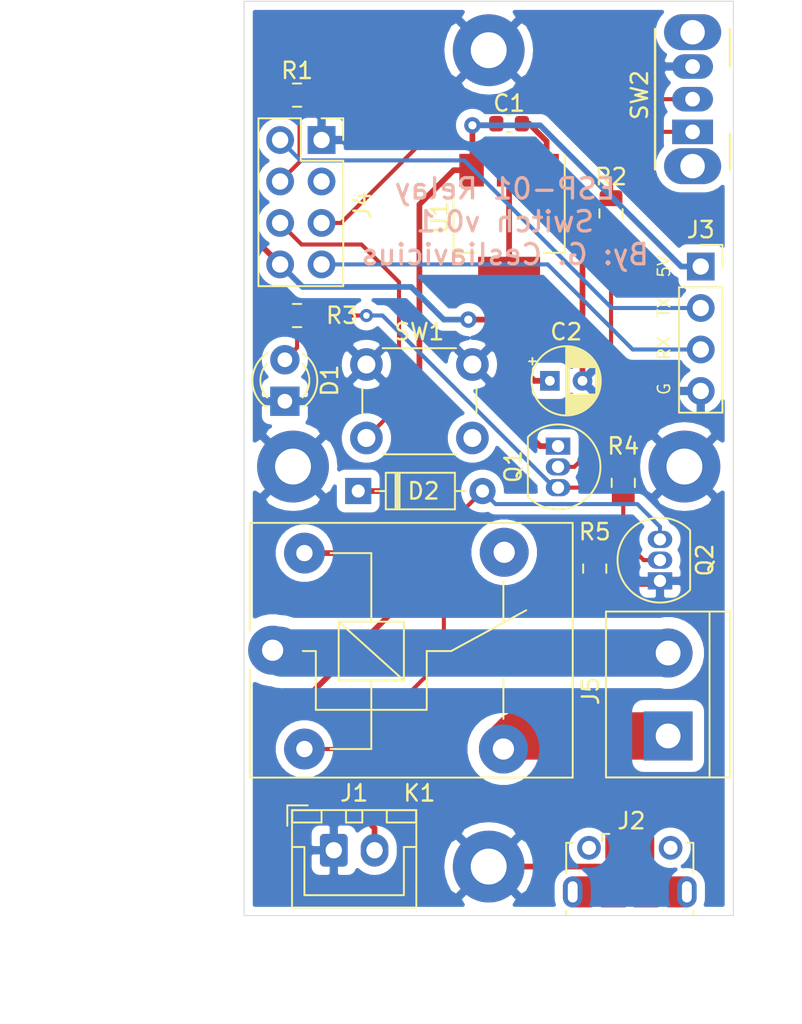
<source format=kicad_pcb>
(kicad_pcb (version 20171130) (host pcbnew "(5.1.5)-3")

  (general
    (thickness 1.6)
    (drawings 17)
    (tracks 128)
    (zones 0)
    (modules 24)
    (nets 23)
  )

  (page A4)
  (title_block
    (title "ESP-01 Relay Switch")
    (rev v0.1)
  )

  (layers
    (0 F.Cu signal)
    (31 B.Cu signal)
    (32 B.Adhes user)
    (33 F.Adhes user)
    (34 B.Paste user)
    (35 F.Paste user)
    (36 B.SilkS user)
    (37 F.SilkS user)
    (38 B.Mask user)
    (39 F.Mask user)
    (40 Dwgs.User user)
    (41 Cmts.User user)
    (42 Eco1.User user)
    (43 Eco2.User user)
    (44 Edge.Cuts user)
    (45 Margin user)
    (46 B.CrtYd user)
    (47 F.CrtYd user)
    (48 B.Fab user)
    (49 F.Fab user hide)
  )

  (setup
    (last_trace_width 0.25)
    (trace_clearance 0.1)
    (zone_clearance 0.508)
    (zone_45_only no)
    (trace_min 0.2)
    (via_size 0.8)
    (via_drill 0.4)
    (via_min_size 0.4)
    (via_min_drill 0.3)
    (uvia_size 0.3)
    (uvia_drill 0.1)
    (uvias_allowed no)
    (uvia_min_size 0.2)
    (uvia_min_drill 0.1)
    (edge_width 0.05)
    (segment_width 0.2)
    (pcb_text_width 0.3)
    (pcb_text_size 1.5 1.5)
    (mod_edge_width 0.12)
    (mod_text_size 1 1)
    (mod_text_width 0.15)
    (pad_size 4.4 4.4)
    (pad_drill 2.2)
    (pad_to_mask_clearance 0.051)
    (solder_mask_min_width 0.25)
    (aux_axis_origin 0 0)
    (visible_elements 7FFFFFFF)
    (pcbplotparams
      (layerselection 0x010f0_ffffffff)
      (usegerberextensions false)
      (usegerberattributes false)
      (usegerberadvancedattributes true)
      (creategerberjobfile false)
      (excludeedgelayer false)
      (linewidth 0.100000)
      (plotframeref false)
      (viasonmask false)
      (mode 1)
      (useauxorigin false)
      (hpglpennumber 1)
      (hpglpenspeed 20)
      (hpglpendiameter 15.000000)
      (psnegative false)
      (psa4output false)
      (plotreference true)
      (plotvalue false)
      (plotinvisibletext false)
      (padsonsilk false)
      (subtractmaskfromsilk false)
      (outputformat 1)
      (mirror false)
      (drillshape 0)
      (scaleselection 1)
      (outputdirectory "Gerber/"))
  )

  (net 0 "")
  (net 1 +5V)
  (net 2 GND)
  (net 3 +3V3)
  (net 4 "Net-(D1-Pad2)")
  (net 5 "Net-(D2-Pad2)")
  (net 6 "Net-(J2-Pad6)")
  (net 7 "Net-(J2-Pad2)")
  (net 8 "Net-(J2-Pad4)")
  (net 9 "Net-(J2-Pad3)")
  (net 10 /TX)
  (net 11 /RX)
  (net 12 "Net-(J4-Pad3)")
  (net 13 "Net-(J4-Pad4)")
  (net 14 "Net-(J4-Pad5)")
  (net 15 "Net-(J4-Pad6)")
  (net 16 "Net-(J5-Pad1)")
  (net 17 "Net-(J5-Pad2)")
  (net 18 "Net-(K1-Pad4)")
  (net 19 "Net-(Q1-Pad3)")
  (net 20 "Net-(Q1-Pad2)")
  (net 21 "Net-(Q2-Pad2)")
  (net 22 "Net-(R2-Pad2)")

  (net_class Default "This is the default net class."
    (clearance 0.1)
    (trace_width 0.25)
    (via_dia 0.8)
    (via_drill 0.4)
    (uvia_dia 0.3)
    (uvia_drill 0.1)
    (add_net /RX)
    (add_net /TX)
    (add_net "Net-(D1-Pad2)")
    (add_net "Net-(D2-Pad2)")
    (add_net "Net-(J2-Pad2)")
    (add_net "Net-(J2-Pad3)")
    (add_net "Net-(J2-Pad4)")
    (add_net "Net-(J2-Pad6)")
    (add_net "Net-(J4-Pad3)")
    (add_net "Net-(J4-Pad4)")
    (add_net "Net-(J4-Pad5)")
    (add_net "Net-(J4-Pad6)")
    (add_net "Net-(K1-Pad4)")
    (add_net "Net-(Q1-Pad2)")
    (add_net "Net-(Q1-Pad3)")
    (add_net "Net-(Q2-Pad2)")
    (add_net "Net-(R2-Pad2)")
  )

  (net_class PWR ""
    (clearance 0.2)
    (trace_width 0.35)
    (via_dia 1)
    (via_drill 0.5)
    (uvia_dia 0.3)
    (uvia_drill 0.1)
    (add_net +3V3)
    (add_net +5V)
    (add_net GND)
  )

  (net_class PWR_SW ""
    (clearance 0.7)
    (trace_width 2.9)
    (via_dia 1)
    (via_drill 0.5)
    (uvia_dia 0.5)
    (uvia_drill 0.15)
    (add_net "Net-(J5-Pad1)")
    (add_net "Net-(J5-Pad2)")
  )

  (module Connector_PinSocket_2.54mm:PinSocket_1x04_P2.54mm_Vertical (layer F.Cu) (tedit 5A19A429) (tstamp 5EF7EB21)
    (at 198 70.75)
    (descr "Through hole straight socket strip, 1x04, 2.54mm pitch, single row (from Kicad 4.0.7), script generated")
    (tags "Through hole socket strip THT 1x04 2.54mm single row")
    (path /5EF5C9AD)
    (fp_text reference J3 (at 0 -2.25) (layer F.SilkS)
      (effects (font (size 1 1) (thickness 0.15)))
    )
    (fp_text value Debug_Port (at 0 10.39) (layer F.Fab)
      (effects (font (size 1 1) (thickness 0.15)))
    )
    (fp_line (start -1.27 -1.27) (end 0.635 -1.27) (layer F.Fab) (width 0.1))
    (fp_line (start 0.635 -1.27) (end 1.27 -0.635) (layer F.Fab) (width 0.1))
    (fp_line (start 1.27 -0.635) (end 1.27 8.89) (layer F.Fab) (width 0.1))
    (fp_line (start 1.27 8.89) (end -1.27 8.89) (layer F.Fab) (width 0.1))
    (fp_line (start -1.27 8.89) (end -1.27 -1.27) (layer F.Fab) (width 0.1))
    (fp_line (start -1.33 1.27) (end 1.33 1.27) (layer F.SilkS) (width 0.12))
    (fp_line (start -1.33 1.27) (end -1.33 8.95) (layer F.SilkS) (width 0.12))
    (fp_line (start -1.33 8.95) (end 1.33 8.95) (layer F.SilkS) (width 0.12))
    (fp_line (start 1.33 1.27) (end 1.33 8.95) (layer F.SilkS) (width 0.12))
    (fp_line (start 1.33 -1.33) (end 1.33 0) (layer F.SilkS) (width 0.12))
    (fp_line (start 0 -1.33) (end 1.33 -1.33) (layer F.SilkS) (width 0.12))
    (fp_line (start -1.8 -1.8) (end 1.75 -1.8) (layer F.CrtYd) (width 0.05))
    (fp_line (start 1.75 -1.8) (end 1.75 9.4) (layer F.CrtYd) (width 0.05))
    (fp_line (start 1.75 9.4) (end -1.8 9.4) (layer F.CrtYd) (width 0.05))
    (fp_line (start -1.8 9.4) (end -1.8 -1.8) (layer F.CrtYd) (width 0.05))
    (fp_text user %R (at 0 3.81 90) (layer F.Fab)
      (effects (font (size 1 1) (thickness 0.15)))
    )
    (pad 1 thru_hole rect (at 0 0) (size 1.7 1.7) (drill 1) (layers *.Cu *.Mask)
      (net 1 +5V))
    (pad 2 thru_hole oval (at 0 2.54) (size 1.7 1.7) (drill 1) (layers *.Cu *.Mask)
      (net 10 /TX))
    (pad 3 thru_hole oval (at 0 5.08) (size 1.7 1.7) (drill 1) (layers *.Cu *.Mask)
      (net 11 /RX))
    (pad 4 thru_hole oval (at 0 7.62) (size 1.7 1.7) (drill 1) (layers *.Cu *.Mask)
      (net 2 GND))
    (model ${KISYS3DMOD}/Connector_PinSocket_2.54mm.3dshapes/PinSocket_1x04_P2.54mm_Vertical.wrl
      (at (xyz 0 0 0))
      (scale (xyz 1 1 1))
      (rotate (xyz 0 0 0))
    )
  )

  (module Resistor_SMD:R_0805_2012Metric (layer F.Cu) (tedit 5B36C52B) (tstamp 5EF76EC5)
    (at 192.5 67.5 90)
    (descr "Resistor SMD 0805 (2012 Metric), square (rectangular) end terminal, IPC_7351 nominal, (Body size source: https://docs.google.com/spreadsheets/d/1BsfQQcO9C6DZCsRaXUlFlo91Tg2WpOkGARC1WS5S8t0/edit?usp=sharing), generated with kicad-footprint-generator")
    (tags resistor)
    (path /5EF7B2ED)
    (attr smd)
    (fp_text reference R2 (at 2.25 0 180) (layer F.SilkS)
      (effects (font (size 1 1) (thickness 0.15)))
    )
    (fp_text value 300k (at 0 1.17 90) (layer F.Fab)
      (effects (font (size 1 1) (thickness 0.15)))
    )
    (fp_text user %R (at 0 0 90) (layer F.Fab)
      (effects (font (size 0.25 0.25) (thickness 0.04)))
    )
    (fp_line (start 1.68 0.95) (end -1.68 0.95) (layer F.CrtYd) (width 0.05))
    (fp_line (start 1.68 -0.95) (end 1.68 0.95) (layer F.CrtYd) (width 0.05))
    (fp_line (start -1.68 -0.95) (end 1.68 -0.95) (layer F.CrtYd) (width 0.05))
    (fp_line (start -1.68 0.95) (end -1.68 -0.95) (layer F.CrtYd) (width 0.05))
    (fp_line (start -0.258578 0.71) (end 0.258578 0.71) (layer F.SilkS) (width 0.12))
    (fp_line (start -0.258578 -0.71) (end 0.258578 -0.71) (layer F.SilkS) (width 0.12))
    (fp_line (start 1 0.6) (end -1 0.6) (layer F.Fab) (width 0.1))
    (fp_line (start 1 -0.6) (end 1 0.6) (layer F.Fab) (width 0.1))
    (fp_line (start -1 -0.6) (end 1 -0.6) (layer F.Fab) (width 0.1))
    (fp_line (start -1 0.6) (end -1 -0.6) (layer F.Fab) (width 0.1))
    (pad 2 smd roundrect (at 0.9375 0 90) (size 0.975 1.4) (layers F.Cu F.Paste F.Mask) (roundrect_rratio 0.25)
      (net 22 "Net-(R2-Pad2)"))
    (pad 1 smd roundrect (at -0.9375 0 90) (size 0.975 1.4) (layers F.Cu F.Paste F.Mask) (roundrect_rratio 0.25)
      (net 20 "Net-(Q1-Pad2)"))
    (model ${KISYS3DMOD}/Resistor_SMD.3dshapes/R_0805_2012Metric.wrl
      (at (xyz 0 0 0))
      (scale (xyz 1 1 1))
      (rotate (xyz 0 0 0))
    )
  )

  (module Resistor_SMD:R_0805_2012Metric (layer F.Cu) (tedit 5B36C52B) (tstamp 5EF76ED4)
    (at 173.25 73.75)
    (descr "Resistor SMD 0805 (2012 Metric), square (rectangular) end terminal, IPC_7351 nominal, (Body size source: https://docs.google.com/spreadsheets/d/1BsfQQcO9C6DZCsRaXUlFlo91Tg2WpOkGARC1WS5S8t0/edit?usp=sharing), generated with kicad-footprint-generator")
    (tags resistor)
    (path /5EF5F90D)
    (attr smd)
    (fp_text reference R3 (at 2.75 0) (layer F.SilkS)
      (effects (font (size 1 1) (thickness 0.15)))
    )
    (fp_text value 100R (at 0 1.17) (layer F.Fab)
      (effects (font (size 1 1) (thickness 0.15)))
    )
    (fp_text user %R (at 0 0) (layer F.Fab)
      (effects (font (size 0.25 0.25) (thickness 0.04)))
    )
    (fp_line (start 1.68 0.95) (end -1.68 0.95) (layer F.CrtYd) (width 0.05))
    (fp_line (start 1.68 -0.95) (end 1.68 0.95) (layer F.CrtYd) (width 0.05))
    (fp_line (start -1.68 -0.95) (end 1.68 -0.95) (layer F.CrtYd) (width 0.05))
    (fp_line (start -1.68 0.95) (end -1.68 -0.95) (layer F.CrtYd) (width 0.05))
    (fp_line (start -0.258578 0.71) (end 0.258578 0.71) (layer F.SilkS) (width 0.12))
    (fp_line (start -0.258578 -0.71) (end 0.258578 -0.71) (layer F.SilkS) (width 0.12))
    (fp_line (start 1 0.6) (end -1 0.6) (layer F.Fab) (width 0.1))
    (fp_line (start 1 -0.6) (end 1 0.6) (layer F.Fab) (width 0.1))
    (fp_line (start -1 -0.6) (end 1 -0.6) (layer F.Fab) (width 0.1))
    (fp_line (start -1 0.6) (end -1 -0.6) (layer F.Fab) (width 0.1))
    (pad 2 smd roundrect (at 0.9375 0) (size 0.975 1.4) (layers F.Cu F.Paste F.Mask) (roundrect_rratio 0.25)
      (net 19 "Net-(Q1-Pad3)"))
    (pad 1 smd roundrect (at -0.9375 0) (size 0.975 1.4) (layers F.Cu F.Paste F.Mask) (roundrect_rratio 0.25)
      (net 4 "Net-(D1-Pad2)"))
    (model ${KISYS3DMOD}/Resistor_SMD.3dshapes/R_0805_2012Metric.wrl
      (at (xyz 0 0 0))
      (scale (xyz 1 1 1))
      (rotate (xyz 0 0 0))
    )
  )

  (module Resistor_SMD:R_0805_2012Metric (layer F.Cu) (tedit 5B36C52B) (tstamp 5EF76EE3)
    (at 193.25 84 270)
    (descr "Resistor SMD 0805 (2012 Metric), square (rectangular) end terminal, IPC_7351 nominal, (Body size source: https://docs.google.com/spreadsheets/d/1BsfQQcO9C6DZCsRaXUlFlo91Tg2WpOkGARC1WS5S8t0/edit?usp=sharing), generated with kicad-footprint-generator")
    (tags resistor)
    (path /5EF85534)
    (attr smd)
    (fp_text reference R4 (at -2.25 0 180) (layer F.SilkS)
      (effects (font (size 1 1) (thickness 0.15)))
    )
    (fp_text value 1K (at 0 1.17 90) (layer F.Fab)
      (effects (font (size 1 1) (thickness 0.15)))
    )
    (fp_text user %R (at 0 0 90) (layer F.Fab)
      (effects (font (size 0.25 0.25) (thickness 0.04)))
    )
    (fp_line (start 1.68 0.95) (end -1.68 0.95) (layer F.CrtYd) (width 0.05))
    (fp_line (start 1.68 -0.95) (end 1.68 0.95) (layer F.CrtYd) (width 0.05))
    (fp_line (start -1.68 -0.95) (end 1.68 -0.95) (layer F.CrtYd) (width 0.05))
    (fp_line (start -1.68 0.95) (end -1.68 -0.95) (layer F.CrtYd) (width 0.05))
    (fp_line (start -0.258578 0.71) (end 0.258578 0.71) (layer F.SilkS) (width 0.12))
    (fp_line (start -0.258578 -0.71) (end 0.258578 -0.71) (layer F.SilkS) (width 0.12))
    (fp_line (start 1 0.6) (end -1 0.6) (layer F.Fab) (width 0.1))
    (fp_line (start 1 -0.6) (end 1 0.6) (layer F.Fab) (width 0.1))
    (fp_line (start -1 -0.6) (end 1 -0.6) (layer F.Fab) (width 0.1))
    (fp_line (start -1 0.6) (end -1 -0.6) (layer F.Fab) (width 0.1))
    (pad 2 smd roundrect (at 0.9375 0 270) (size 0.975 1.4) (layers F.Cu F.Paste F.Mask) (roundrect_rratio 0.25)
      (net 21 "Net-(Q2-Pad2)"))
    (pad 1 smd roundrect (at -0.9375 0 270) (size 0.975 1.4) (layers F.Cu F.Paste F.Mask) (roundrect_rratio 0.25)
      (net 19 "Net-(Q1-Pad3)"))
    (model ${KISYS3DMOD}/Resistor_SMD.3dshapes/R_0805_2012Metric.wrl
      (at (xyz 0 0 0))
      (scale (xyz 1 1 1))
      (rotate (xyz 0 0 0))
    )
  )

  (module Resistor_SMD:R_0805_2012Metric (layer F.Cu) (tedit 5B36C52B) (tstamp 5EF7F7DB)
    (at 191.5 89.25 270)
    (descr "Resistor SMD 0805 (2012 Metric), square (rectangular) end terminal, IPC_7351 nominal, (Body size source: https://docs.google.com/spreadsheets/d/1BsfQQcO9C6DZCsRaXUlFlo91Tg2WpOkGARC1WS5S8t0/edit?usp=sharing), generated with kicad-footprint-generator")
    (tags resistor)
    (path /5EF88622)
    (attr smd)
    (fp_text reference R5 (at -2.25 0 180) (layer F.SilkS)
      (effects (font (size 1 1) (thickness 0.15)))
    )
    (fp_text value 10K (at 0 1.17 90) (layer F.Fab)
      (effects (font (size 1 1) (thickness 0.15)))
    )
    (fp_text user %R (at 0 0 90) (layer F.Fab)
      (effects (font (size 0.25 0.25) (thickness 0.04)))
    )
    (fp_line (start 1.68 0.95) (end -1.68 0.95) (layer F.CrtYd) (width 0.05))
    (fp_line (start 1.68 -0.95) (end 1.68 0.95) (layer F.CrtYd) (width 0.05))
    (fp_line (start -1.68 -0.95) (end 1.68 -0.95) (layer F.CrtYd) (width 0.05))
    (fp_line (start -1.68 0.95) (end -1.68 -0.95) (layer F.CrtYd) (width 0.05))
    (fp_line (start -0.258578 0.71) (end 0.258578 0.71) (layer F.SilkS) (width 0.12))
    (fp_line (start -0.258578 -0.71) (end 0.258578 -0.71) (layer F.SilkS) (width 0.12))
    (fp_line (start 1 0.6) (end -1 0.6) (layer F.Fab) (width 0.1))
    (fp_line (start 1 -0.6) (end 1 0.6) (layer F.Fab) (width 0.1))
    (fp_line (start -1 -0.6) (end 1 -0.6) (layer F.Fab) (width 0.1))
    (fp_line (start -1 0.6) (end -1 -0.6) (layer F.Fab) (width 0.1))
    (pad 2 smd roundrect (at 0.9375 0 270) (size 0.975 1.4) (layers F.Cu F.Paste F.Mask) (roundrect_rratio 0.25)
      (net 2 GND))
    (pad 1 smd roundrect (at -0.9375 0 270) (size 0.975 1.4) (layers F.Cu F.Paste F.Mask) (roundrect_rratio 0.25)
      (net 21 "Net-(Q2-Pad2)"))
    (model ${KISYS3DMOD}/Resistor_SMD.3dshapes/R_0805_2012Metric.wrl
      (at (xyz 0 0 0))
      (scale (xyz 1 1 1))
      (rotate (xyz 0 0 0))
    )
  )

  (module Resistor_SMD:R_0805_2012Metric (layer F.Cu) (tedit 5B36C52B) (tstamp 5EF7AA9C)
    (at 173.25 60.25)
    (descr "Resistor SMD 0805 (2012 Metric), square (rectangular) end terminal, IPC_7351 nominal, (Body size source: https://docs.google.com/spreadsheets/d/1BsfQQcO9C6DZCsRaXUlFlo91Tg2WpOkGARC1WS5S8t0/edit?usp=sharing), generated with kicad-footprint-generator")
    (tags resistor)
    (path /5EF60506)
    (attr smd)
    (fp_text reference R1 (at 0 -1.5) (layer F.SilkS)
      (effects (font (size 1 1) (thickness 0.15)))
    )
    (fp_text value 510R (at 0 1.17) (layer F.Fab)
      (effects (font (size 1 1) (thickness 0.15)))
    )
    (fp_text user %R (at 0 0) (layer F.Fab)
      (effects (font (size 0.25 0.25) (thickness 0.04)))
    )
    (fp_line (start 1.68 0.95) (end -1.68 0.95) (layer F.CrtYd) (width 0.05))
    (fp_line (start 1.68 -0.95) (end 1.68 0.95) (layer F.CrtYd) (width 0.05))
    (fp_line (start -1.68 -0.95) (end 1.68 -0.95) (layer F.CrtYd) (width 0.05))
    (fp_line (start -1.68 0.95) (end -1.68 -0.95) (layer F.CrtYd) (width 0.05))
    (fp_line (start -0.258578 0.71) (end 0.258578 0.71) (layer F.SilkS) (width 0.12))
    (fp_line (start -0.258578 -0.71) (end 0.258578 -0.71) (layer F.SilkS) (width 0.12))
    (fp_line (start 1 0.6) (end -1 0.6) (layer F.Fab) (width 0.1))
    (fp_line (start 1 -0.6) (end 1 0.6) (layer F.Fab) (width 0.1))
    (fp_line (start -1 -0.6) (end 1 -0.6) (layer F.Fab) (width 0.1))
    (fp_line (start -1 0.6) (end -1 -0.6) (layer F.Fab) (width 0.1))
    (pad 2 smd roundrect (at 0.9375 0) (size 0.975 1.4) (layers F.Cu F.Paste F.Mask) (roundrect_rratio 0.25)
      (net 3 +3V3))
    (pad 1 smd roundrect (at -0.9375 0) (size 0.975 1.4) (layers F.Cu F.Paste F.Mask) (roundrect_rratio 0.25)
      (net 13 "Net-(J4-Pad4)"))
    (model ${KISYS3DMOD}/Resistor_SMD.3dshapes/R_0805_2012Metric.wrl
      (at (xyz 0 0 0))
      (scale (xyz 1 1 1))
      (rotate (xyz 0 0 0))
    )
  )

  (module MountingHole:MountingHole_2.2mm_M2_Pad (layer F.Cu) (tedit 5EF7775B) (tstamp 5EF7FF50)
    (at 185 57.5)
    (descr "Mounting Hole 2.2mm, M2")
    (tags "mounting hole 2.2mm m2")
    (attr virtual)
    (fp_text reference REF** (at 0 -3.2) (layer F.SilkS) hide
      (effects (font (size 1 1) (thickness 0.15)))
    )
    (fp_text value MountingHole_2.2mm_M2_Pad (at 0 3.2) (layer F.Fab)
      (effects (font (size 1 1) (thickness 0.15)))
    )
    (fp_circle (center 0 0) (end 2.45 0) (layer F.CrtYd) (width 0.05))
    (fp_circle (center 0 0) (end 2.2 0) (layer Cmts.User) (width 0.15))
    (fp_text user %R (at 0.3 0) (layer F.Fab)
      (effects (font (size 1 1) (thickness 0.15)))
    )
    (pad 1 thru_hole circle (at 0 0) (size 4.4 4.4) (drill 2.2) (layers *.Cu *.Mask)
      (net 2 GND))
  )

  (module MountingHole:MountingHole_2.2mm_M2_Pad (layer F.Cu) (tedit 5EF77797) (tstamp 5EF7DAB2)
    (at 185 107.5)
    (descr "Mounting Hole 2.2mm, M2")
    (tags "mounting hole 2.2mm m2")
    (attr virtual)
    (fp_text reference REF** (at 0 -3.2) (layer F.SilkS) hide
      (effects (font (size 1 1) (thickness 0.15)))
    )
    (fp_text value MountingHole_2.2mm_M2_Pad (at 0 3.2) (layer F.Fab)
      (effects (font (size 1 1) (thickness 0.15)))
    )
    (fp_text user %R (at 0.3 0) (layer F.Fab)
      (effects (font (size 1 1) (thickness 0.15)))
    )
    (fp_circle (center 0 0) (end 2.2 0) (layer Cmts.User) (width 0.15))
    (fp_circle (center 0 0) (end 2.45 0) (layer F.CrtYd) (width 0.05))
    (pad 1 thru_hole circle (at 0 0) (size 4.4 4.4) (drill 2.2) (layers *.Cu *.Mask)
      (net 2 GND))
  )

  (module MountingHole:MountingHole_2.2mm_M2_Pad (layer F.Cu) (tedit 5EF7778D) (tstamp 5EF7DA6F)
    (at 173 83)
    (descr "Mounting Hole 2.2mm, M2")
    (tags "mounting hole 2.2mm m2")
    (attr virtual)
    (fp_text reference REF** (at 0 -3.2) (layer F.SilkS) hide
      (effects (font (size 1 1) (thickness 0.15)))
    )
    (fp_text value MountingHole_2.2mm_M2_Pad (at 0 3.2) (layer F.Fab)
      (effects (font (size 1 1) (thickness 0.15)))
    )
    (fp_text user %R (at 0.3 0) (layer F.Fab)
      (effects (font (size 1 1) (thickness 0.15)))
    )
    (fp_circle (center 0 0) (end 2.2 0) (layer Cmts.User) (width 0.15))
    (fp_circle (center 0 0) (end 2.45 0) (layer F.CrtYd) (width 0.05))
    (pad 1 thru_hole circle (at 0 0) (size 4.4 4.4) (drill 2.2) (layers *.Cu *.Mask)
      (net 2 GND))
  )

  (module MountingHole:MountingHole_2.2mm_M2_Pad (layer F.Cu) (tedit 5EF7779E) (tstamp 5EF7DA5C)
    (at 197 83)
    (descr "Mounting Hole 2.2mm, M2")
    (tags "mounting hole 2.2mm m2")
    (attr virtual)
    (fp_text reference REF** (at 0 -3.2) (layer F.SilkS) hide
      (effects (font (size 1 1) (thickness 0.15)))
    )
    (fp_text value MountingHole_2.2mm_M2_Pad (at 0 3.2) (layer F.Fab)
      (effects (font (size 1 1) (thickness 0.15)))
    )
    (fp_circle (center 0 0) (end 2.45 0) (layer F.CrtYd) (width 0.05))
    (fp_circle (center 0 0) (end 2.2 0) (layer Cmts.User) (width 0.15))
    (fp_text user %R (at 0.3 0) (layer F.Fab)
      (effects (font (size 1 1) (thickness 0.15)))
    )
    (pad 1 thru_hole circle (at 0 0) (size 4.4 4.4) (drill 2.2) (layers *.Cu *.Mask)
      (net 2 GND))
  )

  (module TerminalBlock:TerminalBlock_bornier-2_P5.08mm (layer F.Cu) (tedit 59FF03AB) (tstamp 5EF7DB1B)
    (at 196 99.5 90)
    (descr "simple 2-pin terminal block, pitch 5.08mm, revamped version of bornier2")
    (tags "terminal block bornier2")
    (path /5F063D29)
    (fp_text reference J5 (at 2.75 -4.75 90) (layer F.SilkS)
      (effects (font (size 1 1) (thickness 0.15)))
    )
    (fp_text value Screw_Terminal_01x02 (at 2.78 7.75 90) (layer F.Fab)
      (effects (font (size 1 1) (thickness 0.15)))
    )
    (fp_text user %R (at 2.5 -2 90) (layer F.Fab)
      (effects (font (size 1 1) (thickness 0.15)))
    )
    (fp_line (start -2.41 2.55) (end 7.49 2.55) (layer F.Fab) (width 0.1))
    (fp_line (start -2.46 -3.75) (end -2.46 3.75) (layer F.Fab) (width 0.1))
    (fp_line (start -2.46 3.75) (end 7.54 3.75) (layer F.Fab) (width 0.1))
    (fp_line (start 7.54 3.75) (end 7.54 -3.75) (layer F.Fab) (width 0.1))
    (fp_line (start 7.54 -3.75) (end -2.46 -3.75) (layer F.Fab) (width 0.1))
    (fp_line (start 7.62 2.54) (end -2.54 2.54) (layer F.SilkS) (width 0.12))
    (fp_line (start 7.62 3.81) (end 7.62 -3.81) (layer F.SilkS) (width 0.12))
    (fp_line (start 7.62 -3.81) (end -2.54 -3.81) (layer F.SilkS) (width 0.12))
    (fp_line (start -2.54 -3.81) (end -2.54 3.81) (layer F.SilkS) (width 0.12))
    (fp_line (start -2.54 3.81) (end 7.62 3.81) (layer F.SilkS) (width 0.12))
    (fp_line (start -2.71 -4) (end 7.79 -4) (layer F.CrtYd) (width 0.05))
    (fp_line (start -2.71 -4) (end -2.71 4) (layer F.CrtYd) (width 0.05))
    (fp_line (start 7.79 4) (end 7.79 -4) (layer F.CrtYd) (width 0.05))
    (fp_line (start 7.79 4) (end -2.71 4) (layer F.CrtYd) (width 0.05))
    (pad 1 thru_hole rect (at 0 0 90) (size 3 3) (drill 1.52) (layers *.Cu *.Mask)
      (net 16 "Net-(J5-Pad1)"))
    (pad 2 thru_hole circle (at 5.08 0 90) (size 3 3) (drill 1.52) (layers *.Cu *.Mask)
      (net 17 "Net-(J5-Pad2)"))
    (model ${KISYS3DMOD}/TerminalBlock.3dshapes/TerminalBlock_bornier-2_P5.08mm.wrl
      (offset (xyz 2.539999961853027 0 0))
      (scale (xyz 1 1 1))
      (rotate (xyz 0 0 0))
    )
  )

  (module Capacitor_SMD:C_0603_1608Metric (layer F.Cu) (tedit 5B301BBE) (tstamp 5EF7AB8C)
    (at 186.25 62)
    (descr "Capacitor SMD 0603 (1608 Metric), square (rectangular) end terminal, IPC_7351 nominal, (Body size source: http://www.tortai-tech.com/upload/download/2011102023233369053.pdf), generated with kicad-footprint-generator")
    (tags capacitor)
    (path /5EF5DEF9)
    (attr smd)
    (fp_text reference C1 (at 0 -1.25) (layer F.SilkS)
      (effects (font (size 1 1) (thickness 0.15)))
    )
    (fp_text value 100nF (at 0 1.43) (layer F.Fab)
      (effects (font (size 1 1) (thickness 0.15)))
    )
    (fp_line (start -0.8 0.4) (end -0.8 -0.4) (layer F.Fab) (width 0.1))
    (fp_line (start -0.8 -0.4) (end 0.8 -0.4) (layer F.Fab) (width 0.1))
    (fp_line (start 0.8 -0.4) (end 0.8 0.4) (layer F.Fab) (width 0.1))
    (fp_line (start 0.8 0.4) (end -0.8 0.4) (layer F.Fab) (width 0.1))
    (fp_line (start -0.162779 -0.51) (end 0.162779 -0.51) (layer F.SilkS) (width 0.12))
    (fp_line (start -0.162779 0.51) (end 0.162779 0.51) (layer F.SilkS) (width 0.12))
    (fp_line (start -1.48 0.73) (end -1.48 -0.73) (layer F.CrtYd) (width 0.05))
    (fp_line (start -1.48 -0.73) (end 1.48 -0.73) (layer F.CrtYd) (width 0.05))
    (fp_line (start 1.48 -0.73) (end 1.48 0.73) (layer F.CrtYd) (width 0.05))
    (fp_line (start 1.48 0.73) (end -1.48 0.73) (layer F.CrtYd) (width 0.05))
    (fp_text user %R (at 0 0) (layer F.Fab)
      (effects (font (size 0.4 0.4) (thickness 0.06)))
    )
    (pad 1 smd roundrect (at -0.7875 0) (size 0.875 0.95) (layers F.Cu F.Paste F.Mask) (roundrect_rratio 0.25)
      (net 1 +5V))
    (pad 2 smd roundrect (at 0.7875 0) (size 0.875 0.95) (layers F.Cu F.Paste F.Mask) (roundrect_rratio 0.25)
      (net 2 GND))
    (model ${KISYS3DMOD}/Capacitor_SMD.3dshapes/C_0603_1608Metric.wrl
      (at (xyz 0 0 0))
      (scale (xyz 1 1 1))
      (rotate (xyz 0 0 0))
    )
  )

  (module Capacitor_THT:CP_Radial_D4.0mm_P2.00mm (layer F.Cu) (tedit 5AE50EF0) (tstamp 5EF7F1CE)
    (at 188.75 77.75)
    (descr "CP, Radial series, Radial, pin pitch=2.00mm, , diameter=4mm, Electrolytic Capacitor")
    (tags "CP Radial series Radial pin pitch 2.00mm  diameter 4mm Electrolytic Capacitor")
    (path /5EF5EE2A)
    (fp_text reference C2 (at 1 -3) (layer F.SilkS)
      (effects (font (size 1 1) (thickness 0.15)))
    )
    (fp_text value 10uF (at 1 3.25) (layer F.Fab)
      (effects (font (size 1 1) (thickness 0.15)))
    )
    (fp_circle (center 1 0) (end 3 0) (layer F.Fab) (width 0.1))
    (fp_circle (center 1 0) (end 3.12 0) (layer F.SilkS) (width 0.12))
    (fp_circle (center 1 0) (end 3.25 0) (layer F.CrtYd) (width 0.05))
    (fp_line (start -0.702554 -0.8675) (end -0.302554 -0.8675) (layer F.Fab) (width 0.1))
    (fp_line (start -0.502554 -1.0675) (end -0.502554 -0.6675) (layer F.Fab) (width 0.1))
    (fp_line (start 1 -2.08) (end 1 2.08) (layer F.SilkS) (width 0.12))
    (fp_line (start 1.04 -2.08) (end 1.04 2.08) (layer F.SilkS) (width 0.12))
    (fp_line (start 1.08 -2.079) (end 1.08 2.079) (layer F.SilkS) (width 0.12))
    (fp_line (start 1.12 -2.077) (end 1.12 2.077) (layer F.SilkS) (width 0.12))
    (fp_line (start 1.16 -2.074) (end 1.16 2.074) (layer F.SilkS) (width 0.12))
    (fp_line (start 1.2 -2.071) (end 1.2 -0.84) (layer F.SilkS) (width 0.12))
    (fp_line (start 1.2 0.84) (end 1.2 2.071) (layer F.SilkS) (width 0.12))
    (fp_line (start 1.24 -2.067) (end 1.24 -0.84) (layer F.SilkS) (width 0.12))
    (fp_line (start 1.24 0.84) (end 1.24 2.067) (layer F.SilkS) (width 0.12))
    (fp_line (start 1.28 -2.062) (end 1.28 -0.84) (layer F.SilkS) (width 0.12))
    (fp_line (start 1.28 0.84) (end 1.28 2.062) (layer F.SilkS) (width 0.12))
    (fp_line (start 1.32 -2.056) (end 1.32 -0.84) (layer F.SilkS) (width 0.12))
    (fp_line (start 1.32 0.84) (end 1.32 2.056) (layer F.SilkS) (width 0.12))
    (fp_line (start 1.36 -2.05) (end 1.36 -0.84) (layer F.SilkS) (width 0.12))
    (fp_line (start 1.36 0.84) (end 1.36 2.05) (layer F.SilkS) (width 0.12))
    (fp_line (start 1.4 -2.042) (end 1.4 -0.84) (layer F.SilkS) (width 0.12))
    (fp_line (start 1.4 0.84) (end 1.4 2.042) (layer F.SilkS) (width 0.12))
    (fp_line (start 1.44 -2.034) (end 1.44 -0.84) (layer F.SilkS) (width 0.12))
    (fp_line (start 1.44 0.84) (end 1.44 2.034) (layer F.SilkS) (width 0.12))
    (fp_line (start 1.48 -2.025) (end 1.48 -0.84) (layer F.SilkS) (width 0.12))
    (fp_line (start 1.48 0.84) (end 1.48 2.025) (layer F.SilkS) (width 0.12))
    (fp_line (start 1.52 -2.016) (end 1.52 -0.84) (layer F.SilkS) (width 0.12))
    (fp_line (start 1.52 0.84) (end 1.52 2.016) (layer F.SilkS) (width 0.12))
    (fp_line (start 1.56 -2.005) (end 1.56 -0.84) (layer F.SilkS) (width 0.12))
    (fp_line (start 1.56 0.84) (end 1.56 2.005) (layer F.SilkS) (width 0.12))
    (fp_line (start 1.6 -1.994) (end 1.6 -0.84) (layer F.SilkS) (width 0.12))
    (fp_line (start 1.6 0.84) (end 1.6 1.994) (layer F.SilkS) (width 0.12))
    (fp_line (start 1.64 -1.982) (end 1.64 -0.84) (layer F.SilkS) (width 0.12))
    (fp_line (start 1.64 0.84) (end 1.64 1.982) (layer F.SilkS) (width 0.12))
    (fp_line (start 1.68 -1.968) (end 1.68 -0.84) (layer F.SilkS) (width 0.12))
    (fp_line (start 1.68 0.84) (end 1.68 1.968) (layer F.SilkS) (width 0.12))
    (fp_line (start 1.721 -1.954) (end 1.721 -0.84) (layer F.SilkS) (width 0.12))
    (fp_line (start 1.721 0.84) (end 1.721 1.954) (layer F.SilkS) (width 0.12))
    (fp_line (start 1.761 -1.94) (end 1.761 -0.84) (layer F.SilkS) (width 0.12))
    (fp_line (start 1.761 0.84) (end 1.761 1.94) (layer F.SilkS) (width 0.12))
    (fp_line (start 1.801 -1.924) (end 1.801 -0.84) (layer F.SilkS) (width 0.12))
    (fp_line (start 1.801 0.84) (end 1.801 1.924) (layer F.SilkS) (width 0.12))
    (fp_line (start 1.841 -1.907) (end 1.841 -0.84) (layer F.SilkS) (width 0.12))
    (fp_line (start 1.841 0.84) (end 1.841 1.907) (layer F.SilkS) (width 0.12))
    (fp_line (start 1.881 -1.889) (end 1.881 -0.84) (layer F.SilkS) (width 0.12))
    (fp_line (start 1.881 0.84) (end 1.881 1.889) (layer F.SilkS) (width 0.12))
    (fp_line (start 1.921 -1.87) (end 1.921 -0.84) (layer F.SilkS) (width 0.12))
    (fp_line (start 1.921 0.84) (end 1.921 1.87) (layer F.SilkS) (width 0.12))
    (fp_line (start 1.961 -1.851) (end 1.961 -0.84) (layer F.SilkS) (width 0.12))
    (fp_line (start 1.961 0.84) (end 1.961 1.851) (layer F.SilkS) (width 0.12))
    (fp_line (start 2.001 -1.83) (end 2.001 -0.84) (layer F.SilkS) (width 0.12))
    (fp_line (start 2.001 0.84) (end 2.001 1.83) (layer F.SilkS) (width 0.12))
    (fp_line (start 2.041 -1.808) (end 2.041 -0.84) (layer F.SilkS) (width 0.12))
    (fp_line (start 2.041 0.84) (end 2.041 1.808) (layer F.SilkS) (width 0.12))
    (fp_line (start 2.081 -1.785) (end 2.081 -0.84) (layer F.SilkS) (width 0.12))
    (fp_line (start 2.081 0.84) (end 2.081 1.785) (layer F.SilkS) (width 0.12))
    (fp_line (start 2.121 -1.76) (end 2.121 -0.84) (layer F.SilkS) (width 0.12))
    (fp_line (start 2.121 0.84) (end 2.121 1.76) (layer F.SilkS) (width 0.12))
    (fp_line (start 2.161 -1.735) (end 2.161 -0.84) (layer F.SilkS) (width 0.12))
    (fp_line (start 2.161 0.84) (end 2.161 1.735) (layer F.SilkS) (width 0.12))
    (fp_line (start 2.201 -1.708) (end 2.201 -0.84) (layer F.SilkS) (width 0.12))
    (fp_line (start 2.201 0.84) (end 2.201 1.708) (layer F.SilkS) (width 0.12))
    (fp_line (start 2.241 -1.68) (end 2.241 -0.84) (layer F.SilkS) (width 0.12))
    (fp_line (start 2.241 0.84) (end 2.241 1.68) (layer F.SilkS) (width 0.12))
    (fp_line (start 2.281 -1.65) (end 2.281 -0.84) (layer F.SilkS) (width 0.12))
    (fp_line (start 2.281 0.84) (end 2.281 1.65) (layer F.SilkS) (width 0.12))
    (fp_line (start 2.321 -1.619) (end 2.321 -0.84) (layer F.SilkS) (width 0.12))
    (fp_line (start 2.321 0.84) (end 2.321 1.619) (layer F.SilkS) (width 0.12))
    (fp_line (start 2.361 -1.587) (end 2.361 -0.84) (layer F.SilkS) (width 0.12))
    (fp_line (start 2.361 0.84) (end 2.361 1.587) (layer F.SilkS) (width 0.12))
    (fp_line (start 2.401 -1.552) (end 2.401 -0.84) (layer F.SilkS) (width 0.12))
    (fp_line (start 2.401 0.84) (end 2.401 1.552) (layer F.SilkS) (width 0.12))
    (fp_line (start 2.441 -1.516) (end 2.441 -0.84) (layer F.SilkS) (width 0.12))
    (fp_line (start 2.441 0.84) (end 2.441 1.516) (layer F.SilkS) (width 0.12))
    (fp_line (start 2.481 -1.478) (end 2.481 -0.84) (layer F.SilkS) (width 0.12))
    (fp_line (start 2.481 0.84) (end 2.481 1.478) (layer F.SilkS) (width 0.12))
    (fp_line (start 2.521 -1.438) (end 2.521 -0.84) (layer F.SilkS) (width 0.12))
    (fp_line (start 2.521 0.84) (end 2.521 1.438) (layer F.SilkS) (width 0.12))
    (fp_line (start 2.561 -1.396) (end 2.561 -0.84) (layer F.SilkS) (width 0.12))
    (fp_line (start 2.561 0.84) (end 2.561 1.396) (layer F.SilkS) (width 0.12))
    (fp_line (start 2.601 -1.351) (end 2.601 -0.84) (layer F.SilkS) (width 0.12))
    (fp_line (start 2.601 0.84) (end 2.601 1.351) (layer F.SilkS) (width 0.12))
    (fp_line (start 2.641 -1.304) (end 2.641 -0.84) (layer F.SilkS) (width 0.12))
    (fp_line (start 2.641 0.84) (end 2.641 1.304) (layer F.SilkS) (width 0.12))
    (fp_line (start 2.681 -1.254) (end 2.681 -0.84) (layer F.SilkS) (width 0.12))
    (fp_line (start 2.681 0.84) (end 2.681 1.254) (layer F.SilkS) (width 0.12))
    (fp_line (start 2.721 -1.2) (end 2.721 -0.84) (layer F.SilkS) (width 0.12))
    (fp_line (start 2.721 0.84) (end 2.721 1.2) (layer F.SilkS) (width 0.12))
    (fp_line (start 2.761 -1.142) (end 2.761 -0.84) (layer F.SilkS) (width 0.12))
    (fp_line (start 2.761 0.84) (end 2.761 1.142) (layer F.SilkS) (width 0.12))
    (fp_line (start 2.801 -1.08) (end 2.801 -0.84) (layer F.SilkS) (width 0.12))
    (fp_line (start 2.801 0.84) (end 2.801 1.08) (layer F.SilkS) (width 0.12))
    (fp_line (start 2.841 -1.013) (end 2.841 1.013) (layer F.SilkS) (width 0.12))
    (fp_line (start 2.881 -0.94) (end 2.881 0.94) (layer F.SilkS) (width 0.12))
    (fp_line (start 2.921 -0.859) (end 2.921 0.859) (layer F.SilkS) (width 0.12))
    (fp_line (start 2.961 -0.768) (end 2.961 0.768) (layer F.SilkS) (width 0.12))
    (fp_line (start 3.001 -0.664) (end 3.001 0.664) (layer F.SilkS) (width 0.12))
    (fp_line (start 3.041 -0.537) (end 3.041 0.537) (layer F.SilkS) (width 0.12))
    (fp_line (start 3.081 -0.37) (end 3.081 0.37) (layer F.SilkS) (width 0.12))
    (fp_line (start -1.269801 -1.195) (end -0.869801 -1.195) (layer F.SilkS) (width 0.12))
    (fp_line (start -1.069801 -1.395) (end -1.069801 -0.995) (layer F.SilkS) (width 0.12))
    (fp_text user %R (at 1 0) (layer F.Fab)
      (effects (font (size 0.8 0.8) (thickness 0.12)))
    )
    (pad 1 thru_hole rect (at 0 0) (size 1.2 1.2) (drill 0.6) (layers *.Cu *.Mask)
      (net 3 +3V3))
    (pad 2 thru_hole circle (at 2 0) (size 1.2 1.2) (drill 0.6) (layers *.Cu *.Mask)
      (net 2 GND))
    (model ${KISYS3DMOD}/Capacitor_THT.3dshapes/CP_Radial_D4.0mm_P2.00mm.wrl
      (at (xyz 0 0 0))
      (scale (xyz 1 1 1))
      (rotate (xyz 0 0 0))
    )
  )

  (module LED_THT:LED_D3.0mm (layer F.Cu) (tedit 587A3A7B) (tstamp 5EF76D4C)
    (at 172.5 79 90)
    (descr "LED, diameter 3.0mm, 2 pins")
    (tags "LED diameter 3.0mm 2 pins")
    (path /5EF83983)
    (fp_text reference D1 (at 1.27 2.75 270) (layer F.SilkS)
      (effects (font (size 1 1) (thickness 0.15)))
    )
    (fp_text value R_LED (at 1.27 2.96 90) (layer F.Fab)
      (effects (font (size 1 1) (thickness 0.15)))
    )
    (fp_arc (start 1.27 0) (end -0.23 -1.16619) (angle 284.3) (layer F.Fab) (width 0.1))
    (fp_arc (start 1.27 0) (end -0.29 -1.235516) (angle 108.8) (layer F.SilkS) (width 0.12))
    (fp_arc (start 1.27 0) (end -0.29 1.235516) (angle -108.8) (layer F.SilkS) (width 0.12))
    (fp_arc (start 1.27 0) (end 0.229039 -1.08) (angle 87.9) (layer F.SilkS) (width 0.12))
    (fp_arc (start 1.27 0) (end 0.229039 1.08) (angle -87.9) (layer F.SilkS) (width 0.12))
    (fp_circle (center 1.27 0) (end 2.77 0) (layer F.Fab) (width 0.1))
    (fp_line (start -0.23 -1.16619) (end -0.23 1.16619) (layer F.Fab) (width 0.1))
    (fp_line (start -0.29 -1.236) (end -0.29 -1.08) (layer F.SilkS) (width 0.12))
    (fp_line (start -0.29 1.08) (end -0.29 1.236) (layer F.SilkS) (width 0.12))
    (fp_line (start -1.15 -2.25) (end -1.15 2.25) (layer F.CrtYd) (width 0.05))
    (fp_line (start -1.15 2.25) (end 3.7 2.25) (layer F.CrtYd) (width 0.05))
    (fp_line (start 3.7 2.25) (end 3.7 -2.25) (layer F.CrtYd) (width 0.05))
    (fp_line (start 3.7 -2.25) (end -1.15 -2.25) (layer F.CrtYd) (width 0.05))
    (pad 1 thru_hole rect (at 0 0 90) (size 1.8 1.8) (drill 0.9) (layers *.Cu *.Mask)
      (net 2 GND))
    (pad 2 thru_hole circle (at 2.54 0 90) (size 1.8 1.8) (drill 0.9) (layers *.Cu *.Mask)
      (net 4 "Net-(D1-Pad2)"))
    (model ${KISYS3DMOD}/LED_THT.3dshapes/LED_D3.0mm.wrl
      (at (xyz 0 0 0))
      (scale (xyz 1 1 1))
      (rotate (xyz 0 0 0))
    )
  )

  (module Diode_THT:D_DO-35_SOD27_P7.62mm_Horizontal (layer F.Cu) (tedit 5AE50CD5) (tstamp 5EF7AFB0)
    (at 177 84.5)
    (descr "Diode, DO-35_SOD27 series, Axial, Horizontal, pin pitch=7.62mm, , length*diameter=4*2mm^2, , http://www.diodes.com/_files/packages/DO-35.pdf")
    (tags "Diode DO-35_SOD27 series Axial Horizontal pin pitch 7.62mm  length 4mm diameter 2mm")
    (path /5F02AB71)
    (fp_text reference D2 (at 4 0 180) (layer F.SilkS)
      (effects (font (size 1 1) (thickness 0.15)))
    )
    (fp_text value 1N4148 (at 3.81 2.12) (layer F.Fab)
      (effects (font (size 1 1) (thickness 0.15)))
    )
    (fp_line (start 1.81 -1) (end 1.81 1) (layer F.Fab) (width 0.1))
    (fp_line (start 1.81 1) (end 5.81 1) (layer F.Fab) (width 0.1))
    (fp_line (start 5.81 1) (end 5.81 -1) (layer F.Fab) (width 0.1))
    (fp_line (start 5.81 -1) (end 1.81 -1) (layer F.Fab) (width 0.1))
    (fp_line (start 0 0) (end 1.81 0) (layer F.Fab) (width 0.1))
    (fp_line (start 7.62 0) (end 5.81 0) (layer F.Fab) (width 0.1))
    (fp_line (start 2.41 -1) (end 2.41 1) (layer F.Fab) (width 0.1))
    (fp_line (start 2.51 -1) (end 2.51 1) (layer F.Fab) (width 0.1))
    (fp_line (start 2.31 -1) (end 2.31 1) (layer F.Fab) (width 0.1))
    (fp_line (start 1.69 -1.12) (end 1.69 1.12) (layer F.SilkS) (width 0.12))
    (fp_line (start 1.69 1.12) (end 5.93 1.12) (layer F.SilkS) (width 0.12))
    (fp_line (start 5.93 1.12) (end 5.93 -1.12) (layer F.SilkS) (width 0.12))
    (fp_line (start 5.93 -1.12) (end 1.69 -1.12) (layer F.SilkS) (width 0.12))
    (fp_line (start 1.04 0) (end 1.69 0) (layer F.SilkS) (width 0.12))
    (fp_line (start 6.58 0) (end 5.93 0) (layer F.SilkS) (width 0.12))
    (fp_line (start 2.41 -1.12) (end 2.41 1.12) (layer F.SilkS) (width 0.12))
    (fp_line (start 2.53 -1.12) (end 2.53 1.12) (layer F.SilkS) (width 0.12))
    (fp_line (start 2.29 -1.12) (end 2.29 1.12) (layer F.SilkS) (width 0.12))
    (fp_line (start -1.05 -1.25) (end -1.05 1.25) (layer F.CrtYd) (width 0.05))
    (fp_line (start -1.05 1.25) (end 8.67 1.25) (layer F.CrtYd) (width 0.05))
    (fp_line (start 8.67 1.25) (end 8.67 -1.25) (layer F.CrtYd) (width 0.05))
    (fp_line (start 8.67 -1.25) (end -1.05 -1.25) (layer F.CrtYd) (width 0.05))
    (fp_text user %R (at 4.11 0) (layer F.Fab)
      (effects (font (size 0.8 0.8) (thickness 0.12)))
    )
    (fp_text user K (at 0 -1.8) (layer F.Fab)
      (effects (font (size 1 1) (thickness 0.15)))
    )
    (fp_text user K (at 1.25 -1.5) (layer F.SilkS) hide
      (effects (font (size 1 1) (thickness 0.15)))
    )
    (pad 1 thru_hole rect (at 0 0) (size 1.6 1.6) (drill 0.8) (layers *.Cu *.Mask)
      (net 1 +5V))
    (pad 2 thru_hole oval (at 7.62 0) (size 1.6 1.6) (drill 0.8) (layers *.Cu *.Mask)
      (net 5 "Net-(D2-Pad2)"))
    (model ${KISYS3DMOD}/Diode_THT.3dshapes/D_DO-35_SOD27_P7.62mm_Horizontal.wrl
      (at (xyz 0 0 0))
      (scale (xyz 1 1 1))
      (rotate (xyz 0 0 0))
    )
  )

  (module Connector_JST:JST_XH_B2B-XH-A_1x02_P2.50mm_Vertical (layer F.Cu) (tedit 5C28146C) (tstamp 5EF7DEB9)
    (at 175.5 106.5)
    (descr "JST XH series connector, B2B-XH-A (http://www.jst-mfg.com/product/pdf/eng/eXH.pdf), generated with kicad-footprint-generator")
    (tags "connector JST XH vertical")
    (path /5EF5A635)
    (fp_text reference J1 (at 1.25 -3.5) (layer F.SilkS)
      (effects (font (size 1 1) (thickness 0.15)))
    )
    (fp_text value PWR (at 1.25 4.6) (layer F.Fab)
      (effects (font (size 1 1) (thickness 0.15)))
    )
    (fp_line (start -2.45 -2.35) (end -2.45 3.4) (layer F.Fab) (width 0.1))
    (fp_line (start -2.45 3.4) (end 4.95 3.4) (layer F.Fab) (width 0.1))
    (fp_line (start 4.95 3.4) (end 4.95 -2.35) (layer F.Fab) (width 0.1))
    (fp_line (start 4.95 -2.35) (end -2.45 -2.35) (layer F.Fab) (width 0.1))
    (fp_line (start -2.56 -2.46) (end -2.56 3.51) (layer F.SilkS) (width 0.12))
    (fp_line (start -2.56 3.51) (end 5.06 3.51) (layer F.SilkS) (width 0.12))
    (fp_line (start 5.06 3.51) (end 5.06 -2.46) (layer F.SilkS) (width 0.12))
    (fp_line (start 5.06 -2.46) (end -2.56 -2.46) (layer F.SilkS) (width 0.12))
    (fp_line (start -2.95 -2.85) (end -2.95 3.9) (layer F.CrtYd) (width 0.05))
    (fp_line (start -2.95 3.9) (end 5.45 3.9) (layer F.CrtYd) (width 0.05))
    (fp_line (start 5.45 3.9) (end 5.45 -2.85) (layer F.CrtYd) (width 0.05))
    (fp_line (start 5.45 -2.85) (end -2.95 -2.85) (layer F.CrtYd) (width 0.05))
    (fp_line (start -0.625 -2.35) (end 0 -1.35) (layer F.Fab) (width 0.1))
    (fp_line (start 0 -1.35) (end 0.625 -2.35) (layer F.Fab) (width 0.1))
    (fp_line (start 0.75 -2.45) (end 0.75 -1.7) (layer F.SilkS) (width 0.12))
    (fp_line (start 0.75 -1.7) (end 1.75 -1.7) (layer F.SilkS) (width 0.12))
    (fp_line (start 1.75 -1.7) (end 1.75 -2.45) (layer F.SilkS) (width 0.12))
    (fp_line (start 1.75 -2.45) (end 0.75 -2.45) (layer F.SilkS) (width 0.12))
    (fp_line (start -2.55 -2.45) (end -2.55 -1.7) (layer F.SilkS) (width 0.12))
    (fp_line (start -2.55 -1.7) (end -0.75 -1.7) (layer F.SilkS) (width 0.12))
    (fp_line (start -0.75 -1.7) (end -0.75 -2.45) (layer F.SilkS) (width 0.12))
    (fp_line (start -0.75 -2.45) (end -2.55 -2.45) (layer F.SilkS) (width 0.12))
    (fp_line (start 3.25 -2.45) (end 3.25 -1.7) (layer F.SilkS) (width 0.12))
    (fp_line (start 3.25 -1.7) (end 5.05 -1.7) (layer F.SilkS) (width 0.12))
    (fp_line (start 5.05 -1.7) (end 5.05 -2.45) (layer F.SilkS) (width 0.12))
    (fp_line (start 5.05 -2.45) (end 3.25 -2.45) (layer F.SilkS) (width 0.12))
    (fp_line (start -2.55 -0.2) (end -1.8 -0.2) (layer F.SilkS) (width 0.12))
    (fp_line (start -1.8 -0.2) (end -1.8 2.75) (layer F.SilkS) (width 0.12))
    (fp_line (start -1.8 2.75) (end 1.25 2.75) (layer F.SilkS) (width 0.12))
    (fp_line (start 5.05 -0.2) (end 4.3 -0.2) (layer F.SilkS) (width 0.12))
    (fp_line (start 4.3 -0.2) (end 4.3 2.75) (layer F.SilkS) (width 0.12))
    (fp_line (start 4.3 2.75) (end 1.25 2.75) (layer F.SilkS) (width 0.12))
    (fp_line (start -1.6 -2.75) (end -2.85 -2.75) (layer F.SilkS) (width 0.12))
    (fp_line (start -2.85 -2.75) (end -2.85 -1.5) (layer F.SilkS) (width 0.12))
    (fp_text user %R (at 1.25 2.7) (layer F.Fab)
      (effects (font (size 1 1) (thickness 0.15)))
    )
    (pad 1 thru_hole roundrect (at 0 0) (size 1.7 2) (drill 1) (layers *.Cu *.Mask) (roundrect_rratio 0.147059)
      (net 2 GND))
    (pad 2 thru_hole oval (at 2.5 0) (size 1.7 2) (drill 1) (layers *.Cu *.Mask)
      (net 1 +5V))
    (model ${KISYS3DMOD}/Connector_JST.3dshapes/JST_XH_B2B-XH-A_1x02_P2.50mm_Vertical.wrl
      (at (xyz 0 0 0))
      (scale (xyz 1 1 1))
      (rotate (xyz 0 0 0))
    )
  )

  (module Connector_USB:USB_Micro-B_Molex-105017-0001 (layer F.Cu) (tedit 5A1DC0BE) (tstamp 5EF7E387)
    (at 193.65 107.8125)
    (descr http://www.molex.com/pdm_docs/sd/1050170001_sd.pdf)
    (tags "Micro-USB SMD Typ-B")
    (path /5EF549D0)
    (attr smd)
    (fp_text reference J2 (at 0.1 -3.1125) (layer F.SilkS)
      (effects (font (size 1 1) (thickness 0.15)))
    )
    (fp_text value USB_B_Micro (at 0.3 4.3375) (layer F.Fab)
      (effects (font (size 1 1) (thickness 0.15)))
    )
    (fp_text user "PCB Edge" (at 0 2.6875) (layer Dwgs.User)
      (effects (font (size 0.5 0.5) (thickness 0.08)))
    )
    (fp_text user %R (at 0 0.8875) (layer F.Fab)
      (effects (font (size 1 1) (thickness 0.15)))
    )
    (fp_line (start -4.4 3.64) (end 4.4 3.64) (layer F.CrtYd) (width 0.05))
    (fp_line (start 4.4 -2.46) (end 4.4 3.64) (layer F.CrtYd) (width 0.05))
    (fp_line (start -4.4 -2.46) (end 4.4 -2.46) (layer F.CrtYd) (width 0.05))
    (fp_line (start -4.4 3.64) (end -4.4 -2.46) (layer F.CrtYd) (width 0.05))
    (fp_line (start -3.9 -1.7625) (end -3.45 -1.7625) (layer F.SilkS) (width 0.12))
    (fp_line (start -3.9 0.0875) (end -3.9 -1.7625) (layer F.SilkS) (width 0.12))
    (fp_line (start 3.9 2.6375) (end 3.9 2.3875) (layer F.SilkS) (width 0.12))
    (fp_line (start 3.75 3.3875) (end 3.75 -1.6125) (layer F.Fab) (width 0.1))
    (fp_line (start -3 2.689204) (end 3 2.689204) (layer F.Fab) (width 0.1))
    (fp_line (start -3.75 3.389204) (end 3.75 3.389204) (layer F.Fab) (width 0.1))
    (fp_line (start -3.75 -1.6125) (end 3.75 -1.6125) (layer F.Fab) (width 0.1))
    (fp_line (start -3.75 3.3875) (end -3.75 -1.6125) (layer F.Fab) (width 0.1))
    (fp_line (start -3.9 2.6375) (end -3.9 2.3875) (layer F.SilkS) (width 0.12))
    (fp_line (start 3.9 0.0875) (end 3.9 -1.7625) (layer F.SilkS) (width 0.12))
    (fp_line (start 3.9 -1.7625) (end 3.45 -1.7625) (layer F.SilkS) (width 0.12))
    (fp_line (start -1.7 -2.3125) (end -1.25 -2.3125) (layer F.SilkS) (width 0.12))
    (fp_line (start -1.7 -2.3125) (end -1.7 -1.8625) (layer F.SilkS) (width 0.12))
    (fp_line (start -1.3 -1.7125) (end -1.5 -1.9125) (layer F.Fab) (width 0.1))
    (fp_line (start -1.1 -1.9125) (end -1.3 -1.7125) (layer F.Fab) (width 0.1))
    (fp_line (start -1.5 -2.1225) (end -1.1 -2.1225) (layer F.Fab) (width 0.1))
    (fp_line (start -1.5 -2.1225) (end -1.5 -1.9125) (layer F.Fab) (width 0.1))
    (fp_line (start -1.1 -2.1225) (end -1.1 -1.9125) (layer F.Fab) (width 0.1))
    (pad 6 smd rect (at 1 1.2375) (size 1.5 1.9) (layers F.Cu F.Paste F.Mask)
      (net 6 "Net-(J2-Pad6)"))
    (pad 6 thru_hole circle (at -2.5 -1.4625) (size 1.45 1.45) (drill 0.85) (layers *.Cu *.Mask)
      (net 6 "Net-(J2-Pad6)"))
    (pad 2 smd rect (at -0.65 -1.4625) (size 0.4 1.35) (layers F.Cu F.Paste F.Mask)
      (net 7 "Net-(J2-Pad2)"))
    (pad 1 smd rect (at -1.3 -1.4625) (size 0.4 1.35) (layers F.Cu F.Paste F.Mask)
      (net 1 +5V))
    (pad 5 smd rect (at 1.3 -1.4625) (size 0.4 1.35) (layers F.Cu F.Paste F.Mask)
      (net 2 GND))
    (pad 4 smd rect (at 0.65 -1.4625) (size 0.4 1.35) (layers F.Cu F.Paste F.Mask)
      (net 8 "Net-(J2-Pad4)"))
    (pad 3 smd rect (at 0 -1.4625) (size 0.4 1.35) (layers F.Cu F.Paste F.Mask)
      (net 9 "Net-(J2-Pad3)"))
    (pad 6 thru_hole circle (at 2.5 -1.4625) (size 1.45 1.45) (drill 0.85) (layers *.Cu *.Mask)
      (net 6 "Net-(J2-Pad6)"))
    (pad 6 smd rect (at -1 1.2375) (size 1.5 1.9) (layers F.Cu F.Paste F.Mask)
      (net 6 "Net-(J2-Pad6)"))
    (pad 6 thru_hole oval (at -3.5 1.2375 180) (size 1.2 1.9) (drill oval 0.6 1.3) (layers *.Cu *.Mask)
      (net 6 "Net-(J2-Pad6)"))
    (pad 6 thru_hole oval (at 3.5 1.2375) (size 1.2 1.9) (drill oval 0.6 1.3) (layers *.Cu *.Mask)
      (net 6 "Net-(J2-Pad6)"))
    (pad 6 smd rect (at 2.9 1.2375) (size 1.2 1.9) (layers F.Cu F.Mask)
      (net 6 "Net-(J2-Pad6)"))
    (pad 6 smd rect (at -2.9 1.2375) (size 1.2 1.9) (layers F.Cu F.Mask)
      (net 6 "Net-(J2-Pad6)"))
    (model ${KISYS3DMOD}/Connector_USB.3dshapes/USB_Micro-B_Molex-105017-0001.wrl
      (at (xyz 0 0 0))
      (scale (xyz 1 1 1))
      (rotate (xyz 0 0 0))
    )
  )

  (module Connector_PinSocket_2.54mm:PinSocket_2x04_P2.54mm_Vertical (layer F.Cu) (tedit 5A19A422) (tstamp 5EF7AB31)
    (at 174.75 63)
    (descr "Through hole straight socket strip, 2x04, 2.54mm pitch, double cols (from Kicad 4.0.7), script generated")
    (tags "Through hole socket strip THT 2x04 2.54mm double row")
    (path /5EF6610D)
    (fp_text reference J4 (at 2.5 4 270) (layer F.SilkS)
      (effects (font (size 1 1) (thickness 0.15)))
    )
    (fp_text value Conn_01x08_Female (at -1.27 10.39) (layer F.Fab)
      (effects (font (size 1 1) (thickness 0.15)))
    )
    (fp_line (start -3.81 -1.27) (end 0.27 -1.27) (layer F.Fab) (width 0.1))
    (fp_line (start 0.27 -1.27) (end 1.27 -0.27) (layer F.Fab) (width 0.1))
    (fp_line (start 1.27 -0.27) (end 1.27 8.89) (layer F.Fab) (width 0.1))
    (fp_line (start 1.27 8.89) (end -3.81 8.89) (layer F.Fab) (width 0.1))
    (fp_line (start -3.81 8.89) (end -3.81 -1.27) (layer F.Fab) (width 0.1))
    (fp_line (start -3.87 -1.33) (end -1.27 -1.33) (layer F.SilkS) (width 0.12))
    (fp_line (start -3.87 -1.33) (end -3.87 8.95) (layer F.SilkS) (width 0.12))
    (fp_line (start -3.87 8.95) (end 1.33 8.95) (layer F.SilkS) (width 0.12))
    (fp_line (start 1.33 1.27) (end 1.33 8.95) (layer F.SilkS) (width 0.12))
    (fp_line (start -1.27 1.27) (end 1.33 1.27) (layer F.SilkS) (width 0.12))
    (fp_line (start -1.27 -1.33) (end -1.27 1.27) (layer F.SilkS) (width 0.12))
    (fp_line (start 1.33 -1.33) (end 1.33 0) (layer F.SilkS) (width 0.12))
    (fp_line (start 0 -1.33) (end 1.33 -1.33) (layer F.SilkS) (width 0.12))
    (fp_line (start -4.34 -1.8) (end 1.76 -1.8) (layer F.CrtYd) (width 0.05))
    (fp_line (start 1.76 -1.8) (end 1.76 9.4) (layer F.CrtYd) (width 0.05))
    (fp_line (start 1.76 9.4) (end -4.34 9.4) (layer F.CrtYd) (width 0.05))
    (fp_line (start -4.34 9.4) (end -4.34 -1.8) (layer F.CrtYd) (width 0.05))
    (fp_text user %R (at -1.27 3.81 90) (layer F.Fab)
      (effects (font (size 1 1) (thickness 0.15)))
    )
    (pad 1 thru_hole rect (at 0 0) (size 1.7 1.7) (drill 1) (layers *.Cu *.Mask)
      (net 2 GND))
    (pad 2 thru_hole oval (at -2.54 0) (size 1.7 1.7) (drill 1) (layers *.Cu *.Mask)
      (net 10 /TX))
    (pad 3 thru_hole oval (at 0 2.54) (size 1.7 1.7) (drill 1) (layers *.Cu *.Mask)
      (net 12 "Net-(J4-Pad3)"))
    (pad 4 thru_hole oval (at -2.54 2.54) (size 1.7 1.7) (drill 1) (layers *.Cu *.Mask)
      (net 13 "Net-(J4-Pad4)"))
    (pad 5 thru_hole oval (at 0 5.08) (size 1.7 1.7) (drill 1) (layers *.Cu *.Mask)
      (net 14 "Net-(J4-Pad5)"))
    (pad 6 thru_hole oval (at -2.54 5.08) (size 1.7 1.7) (drill 1) (layers *.Cu *.Mask)
      (net 15 "Net-(J4-Pad6)"))
    (pad 7 thru_hole oval (at 0 7.62) (size 1.7 1.7) (drill 1) (layers *.Cu *.Mask)
      (net 11 /RX))
    (pad 8 thru_hole oval (at -2.54 7.62) (size 1.7 1.7) (drill 1) (layers *.Cu *.Mask)
      (net 3 +3V3))
    (model ${KISYS3DMOD}/Connector_PinSocket_2.54mm.3dshapes/PinSocket_2x04_P2.54mm_Vertical.wrl
      (at (xyz 0 0 0))
      (scale (xyz 1 1 1))
      (rotate (xyz 0 0 0))
    )
  )

  (module Relay_THT:Relay_SPDT_SANYOU_SRD_Series_Form_C (layer F.Cu) (tedit 58FA3148) (tstamp 5EF786F2)
    (at 171.75 94.25)
    (descr "relay Sanyou SRD series Form C http://www.sanyourelay.ca/public/products/pdf/SRD.pdf")
    (tags "relay Sanyu SRD form C")
    (path /5EF95E4C)
    (fp_text reference K1 (at 9 8.75) (layer F.SilkS)
      (effects (font (size 1 1) (thickness 0.15)))
    )
    (fp_text value SANYOU_SRD_Form_C (at 8 -9.6) (layer F.Fab)
      (effects (font (size 1 1) (thickness 0.15)))
    )
    (fp_line (start -1.4 1.2) (end -1.4 7.8) (layer F.SilkS) (width 0.12))
    (fp_line (start -1.4 -7.8) (end -1.4 -1.2) (layer F.SilkS) (width 0.12))
    (fp_line (start -1.4 -7.8) (end 18.4 -7.8) (layer F.SilkS) (width 0.12))
    (fp_line (start 18.4 -7.8) (end 18.4 7.8) (layer F.SilkS) (width 0.12))
    (fp_line (start 18.4 7.8) (end -1.4 7.8) (layer F.SilkS) (width 0.12))
    (fp_text user 1 (at 0 -2.3) (layer F.Fab)
      (effects (font (size 1 1) (thickness 0.15)))
    )
    (fp_line (start -1.3 -7.7) (end 18.3 -7.7) (layer F.Fab) (width 0.12))
    (fp_line (start 18.3 -7.7) (end 18.3 7.7) (layer F.Fab) (width 0.12))
    (fp_line (start 18.3 7.7) (end -1.3 7.7) (layer F.Fab) (width 0.12))
    (fp_line (start -1.3 7.7) (end -1.3 -7.7) (layer F.Fab) (width 0.12))
    (fp_text user %R (at 7.1 0.025) (layer F.Fab)
      (effects (font (size 1 1) (thickness 0.15)))
    )
    (fp_line (start 18.55 -7.95) (end -1.55 -7.95) (layer F.CrtYd) (width 0.05))
    (fp_line (start -1.55 7.95) (end -1.55 -7.95) (layer F.CrtYd) (width 0.05))
    (fp_line (start 18.55 -7.95) (end 18.55 7.95) (layer F.CrtYd) (width 0.05))
    (fp_line (start -1.55 7.95) (end 18.55 7.95) (layer F.CrtYd) (width 0.05))
    (fp_line (start 14.15 4.2) (end 14.15 1.75) (layer F.SilkS) (width 0.12))
    (fp_line (start 14.15 -4.2) (end 14.15 -1.7) (layer F.SilkS) (width 0.12))
    (fp_line (start 3.55 6.05) (end 6.05 6.05) (layer F.SilkS) (width 0.12))
    (fp_line (start 2.65 0.05) (end 1.85 0.05) (layer F.SilkS) (width 0.12))
    (fp_line (start 6.05 -5.95) (end 3.55 -5.95) (layer F.SilkS) (width 0.12))
    (fp_line (start 9.45 0.05) (end 10.95 0.05) (layer F.SilkS) (width 0.12))
    (fp_line (start 10.95 0.05) (end 15.55 -2.45) (layer F.SilkS) (width 0.12))
    (fp_line (start 9.45 3.65) (end 2.65 3.65) (layer F.SilkS) (width 0.12))
    (fp_line (start 9.45 0.05) (end 9.45 3.65) (layer F.SilkS) (width 0.12))
    (fp_line (start 2.65 0.05) (end 2.65 3.65) (layer F.SilkS) (width 0.12))
    (fp_line (start 6.05 -5.95) (end 6.05 -1.75) (layer F.SilkS) (width 0.12))
    (fp_line (start 6.05 1.85) (end 6.05 6.05) (layer F.SilkS) (width 0.12))
    (fp_line (start 8.05 1.85) (end 4.05 -1.75) (layer F.SilkS) (width 0.12))
    (fp_line (start 4.05 1.85) (end 4.05 -1.75) (layer F.SilkS) (width 0.12))
    (fp_line (start 4.05 -1.75) (end 8.05 -1.75) (layer F.SilkS) (width 0.12))
    (fp_line (start 8.05 -1.75) (end 8.05 1.85) (layer F.SilkS) (width 0.12))
    (fp_line (start 8.05 1.85) (end 4.05 1.85) (layer F.SilkS) (width 0.12))
    (pad 2 thru_hole circle (at 1.95 6.05 90) (size 2.5 2.5) (drill 1) (layers *.Cu *.Mask)
      (net 5 "Net-(D2-Pad2)"))
    (pad 3 thru_hole circle (at 14.15 6.05 90) (size 3 3) (drill 1.3) (layers *.Cu *.Mask)
      (net 16 "Net-(J5-Pad1)"))
    (pad 4 thru_hole circle (at 14.2 -6 90) (size 3 3) (drill 1.3) (layers *.Cu *.Mask)
      (net 18 "Net-(K1-Pad4)"))
    (pad 5 thru_hole circle (at 1.95 -5.95 90) (size 2.5 2.5) (drill 1) (layers *.Cu *.Mask)
      (net 1 +5V))
    (pad 1 thru_hole circle (at 0 0 90) (size 3 3) (drill 1.3) (layers *.Cu *.Mask)
      (net 17 "Net-(J5-Pad2)"))
    (model ${KISYS3DMOD}/Relay_THT.3dshapes/Relay_SPDT_SANYOU_SRD_Series_Form_C.wrl
      (at (xyz 0 0 0))
      (scale (xyz 1 1 1))
      (rotate (xyz 0 0 0))
    )
  )

  (module Package_TO_SOT_THT:TO-92_Inline (layer F.Cu) (tedit 5A1DD157) (tstamp 5EF7F6B0)
    (at 189.25 81.75 270)
    (descr "TO-92 leads in-line, narrow, oval pads, drill 0.75mm (see NXP sot054_po.pdf)")
    (tags "to-92 sc-43 sc-43a sot54 PA33 transistor")
    (path /5EF72F29)
    (fp_text reference Q1 (at 1.25 2.75 90) (layer F.SilkS)
      (effects (font (size 1 1) (thickness 0.15)))
    )
    (fp_text value S8550 (at 1.27 2.79 90) (layer F.Fab)
      (effects (font (size 1 1) (thickness 0.15)))
    )
    (fp_arc (start 1.27 0) (end 1.27 -2.6) (angle 135) (layer F.SilkS) (width 0.12))
    (fp_arc (start 1.27 0) (end 1.27 -2.48) (angle -135) (layer F.Fab) (width 0.1))
    (fp_arc (start 1.27 0) (end 1.27 -2.6) (angle -135) (layer F.SilkS) (width 0.12))
    (fp_arc (start 1.27 0) (end 1.27 -2.48) (angle 135) (layer F.Fab) (width 0.1))
    (fp_line (start 4 2.01) (end -1.46 2.01) (layer F.CrtYd) (width 0.05))
    (fp_line (start 4 2.01) (end 4 -2.73) (layer F.CrtYd) (width 0.05))
    (fp_line (start -1.46 -2.73) (end -1.46 2.01) (layer F.CrtYd) (width 0.05))
    (fp_line (start -1.46 -2.73) (end 4 -2.73) (layer F.CrtYd) (width 0.05))
    (fp_line (start -0.5 1.75) (end 3 1.75) (layer F.Fab) (width 0.1))
    (fp_line (start -0.53 1.85) (end 3.07 1.85) (layer F.SilkS) (width 0.12))
    (fp_text user %R (at 1.27 -3.56 90) (layer F.Fab)
      (effects (font (size 1 1) (thickness 0.15)))
    )
    (pad 1 thru_hole rect (at 0 0 270) (size 1.05 1.5) (drill 0.75) (layers *.Cu *.Mask)
      (net 3 +3V3))
    (pad 3 thru_hole oval (at 2.54 0 270) (size 1.05 1.5) (drill 0.75) (layers *.Cu *.Mask)
      (net 19 "Net-(Q1-Pad3)"))
    (pad 2 thru_hole oval (at 1.27 0 270) (size 1.05 1.5) (drill 0.75) (layers *.Cu *.Mask)
      (net 20 "Net-(Q1-Pad2)"))
    (model ${KISYS3DMOD}/Package_TO_SOT_THT.3dshapes/TO-92_Inline.wrl
      (at (xyz 0 0 0))
      (scale (xyz 1 1 1))
      (rotate (xyz 0 0 0))
    )
  )

  (module Package_TO_SOT_THT:TO-92_Inline (layer F.Cu) (tedit 5A1DD157) (tstamp 5EF76EA7)
    (at 195.5 90 90)
    (descr "TO-92 leads in-line, narrow, oval pads, drill 0.75mm (see NXP sot054_po.pdf)")
    (tags "to-92 sc-43 sc-43a sot54 PA33 transistor")
    (path /5EF618FA)
    (fp_text reference Q2 (at 1.27 2.75 90) (layer F.SilkS)
      (effects (font (size 1 1) (thickness 0.15)))
    )
    (fp_text value S8050 (at 1.27 2.79 90) (layer F.Fab)
      (effects (font (size 1 1) (thickness 0.15)))
    )
    (fp_arc (start 1.27 0) (end 1.27 -2.6) (angle 135) (layer F.SilkS) (width 0.12))
    (fp_arc (start 1.27 0) (end 1.27 -2.48) (angle -135) (layer F.Fab) (width 0.1))
    (fp_arc (start 1.27 0) (end 1.27 -2.6) (angle -135) (layer F.SilkS) (width 0.12))
    (fp_arc (start 1.27 0) (end 1.27 -2.48) (angle 135) (layer F.Fab) (width 0.1))
    (fp_line (start 4 2.01) (end -1.46 2.01) (layer F.CrtYd) (width 0.05))
    (fp_line (start 4 2.01) (end 4 -2.73) (layer F.CrtYd) (width 0.05))
    (fp_line (start -1.46 -2.73) (end -1.46 2.01) (layer F.CrtYd) (width 0.05))
    (fp_line (start -1.46 -2.73) (end 4 -2.73) (layer F.CrtYd) (width 0.05))
    (fp_line (start -0.5 1.75) (end 3 1.75) (layer F.Fab) (width 0.1))
    (fp_line (start -0.53 1.85) (end 3.07 1.85) (layer F.SilkS) (width 0.12))
    (fp_text user %R (at 1.27 -3.56 90) (layer F.Fab)
      (effects (font (size 1 1) (thickness 0.15)))
    )
    (pad 1 thru_hole rect (at 0 0 90) (size 1.05 1.5) (drill 0.75) (layers *.Cu *.Mask)
      (net 2 GND))
    (pad 3 thru_hole oval (at 2.54 0 90) (size 1.05 1.5) (drill 0.75) (layers *.Cu *.Mask)
      (net 5 "Net-(D2-Pad2)"))
    (pad 2 thru_hole oval (at 1.27 0 90) (size 1.05 1.5) (drill 0.75) (layers *.Cu *.Mask)
      (net 21 "Net-(Q2-Pad2)"))
    (model ${KISYS3DMOD}/Package_TO_SOT_THT.3dshapes/TO-92_Inline.wrl
      (at (xyz 0 0 0))
      (scale (xyz 1 1 1))
      (rotate (xyz 0 0 0))
    )
  )

  (module Button_Switch_THT:SW_PUSH_6mm_H4.3mm (layer F.Cu) (tedit 5A02FE31) (tstamp 5EF7E9DF)
    (at 177.5 76.75)
    (descr "tactile push button, 6x6mm e.g. PHAP33xx series, height=4.3mm")
    (tags "tact sw push 6mm")
    (path /5EF65055)
    (fp_text reference SW1 (at 3.25 -2) (layer F.SilkS)
      (effects (font (size 1 1) (thickness 0.15)))
    )
    (fp_text value SW_Push (at 3.75 6.7) (layer F.Fab)
      (effects (font (size 1 1) (thickness 0.15)))
    )
    (fp_text user %R (at 3.25 2.25) (layer F.Fab)
      (effects (font (size 1 1) (thickness 0.15)))
    )
    (fp_line (start 3.25 -0.75) (end 6.25 -0.75) (layer F.Fab) (width 0.1))
    (fp_line (start 6.25 -0.75) (end 6.25 5.25) (layer F.Fab) (width 0.1))
    (fp_line (start 6.25 5.25) (end 0.25 5.25) (layer F.Fab) (width 0.1))
    (fp_line (start 0.25 5.25) (end 0.25 -0.75) (layer F.Fab) (width 0.1))
    (fp_line (start 0.25 -0.75) (end 3.25 -0.75) (layer F.Fab) (width 0.1))
    (fp_line (start 7.75 6) (end 8 6) (layer F.CrtYd) (width 0.05))
    (fp_line (start 8 6) (end 8 5.75) (layer F.CrtYd) (width 0.05))
    (fp_line (start 7.75 -1.5) (end 8 -1.5) (layer F.CrtYd) (width 0.05))
    (fp_line (start 8 -1.5) (end 8 -1.25) (layer F.CrtYd) (width 0.05))
    (fp_line (start -1.5 -1.25) (end -1.5 -1.5) (layer F.CrtYd) (width 0.05))
    (fp_line (start -1.5 -1.5) (end -1.25 -1.5) (layer F.CrtYd) (width 0.05))
    (fp_line (start -1.5 5.75) (end -1.5 6) (layer F.CrtYd) (width 0.05))
    (fp_line (start -1.5 6) (end -1.25 6) (layer F.CrtYd) (width 0.05))
    (fp_line (start -1.25 -1.5) (end 7.75 -1.5) (layer F.CrtYd) (width 0.05))
    (fp_line (start -1.5 5.75) (end -1.5 -1.25) (layer F.CrtYd) (width 0.05))
    (fp_line (start 7.75 6) (end -1.25 6) (layer F.CrtYd) (width 0.05))
    (fp_line (start 8 -1.25) (end 8 5.75) (layer F.CrtYd) (width 0.05))
    (fp_line (start 1 5.5) (end 5.5 5.5) (layer F.SilkS) (width 0.12))
    (fp_line (start -0.25 1.5) (end -0.25 3) (layer F.SilkS) (width 0.12))
    (fp_line (start 5.5 -1) (end 1 -1) (layer F.SilkS) (width 0.12))
    (fp_line (start 6.75 3) (end 6.75 1.5) (layer F.SilkS) (width 0.12))
    (fp_circle (center 3.25 2.25) (end 1.25 2.5) (layer F.Fab) (width 0.1))
    (pad 2 thru_hole circle (at 0 4.5 90) (size 2 2) (drill 1.1) (layers *.Cu *.Mask)
      (net 15 "Net-(J4-Pad6)"))
    (pad 1 thru_hole circle (at 0 0 90) (size 2 2) (drill 1.1) (layers *.Cu *.Mask)
      (net 2 GND))
    (pad 2 thru_hole circle (at 6.5 4.5 90) (size 2 2) (drill 1.1) (layers *.Cu *.Mask)
      (net 15 "Net-(J4-Pad6)"))
    (pad 1 thru_hole circle (at 6.5 0 90) (size 2 2) (drill 1.1) (layers *.Cu *.Mask)
      (net 2 GND))
    (model ${KISYS3DMOD}/Button_Switch_THT.3dshapes/SW_PUSH_6mm_H4.3mm.wrl
      (at (xyz 0 0 0))
      (scale (xyz 1 1 1))
      (rotate (xyz 0 0 0))
    )
  )

  (module Button_Switch_THT:SW_CuK_OS102011MA1QN1_SPDT_Angled (layer F.Cu) (tedit 5A02FE31) (tstamp 5EF7DBDE)
    (at 197.5 62.5 90)
    (descr "CuK miniature slide switch, OS series, SPDT, right angle, http://www.ckswitches.com/media/1428/os.pdf")
    (tags "switch SPDT")
    (path /5EFBE2B4)
    (fp_text reference SW2 (at 2.25 -3.25 90) (layer F.SilkS)
      (effects (font (size 1 1) (thickness 0.15)))
    )
    (fp_text value SW_SPDT (at 1.7 7.7 90) (layer F.Fab)
      (effects (font (size 1 1) (thickness 0.15)))
    )
    (fp_text user %R (at 2.3 1.7 90) (layer F.Fab)
      (effects (font (size 0.5 0.5) (thickness 0.1)))
    )
    (fp_line (start -2.3 -2.2) (end 6.3 -2.2) (layer F.Fab) (width 0.1))
    (fp_line (start -2.3 -2.2) (end -2.3 2.2) (layer F.Fab) (width 0.1))
    (fp_line (start -2.3 2.2) (end 6.3 2.2) (layer F.Fab) (width 0.1))
    (fp_line (start 6.3 2.2) (end 6.3 -2.2) (layer F.Fab) (width 0.1))
    (fp_line (start 2 2.2) (end 2 6.2) (layer F.Fab) (width 0.1))
    (fp_line (start 2 6.2) (end 0 6.2) (layer F.Fab) (width 0.1))
    (fp_line (start 0 6.2) (end 0 2.2) (layer F.Fab) (width 0.1))
    (fp_line (start -2.3 -2.3) (end 6.3 -2.3) (layer F.SilkS) (width 0.15))
    (fp_line (start -2.3 2.3) (end -0.1 2.3) (layer F.SilkS) (width 0.15))
    (fp_line (start 4 2.3) (end 6.3 2.3) (layer F.SilkS) (width 0.15))
    (fp_line (start 7.7 -2.7) (end 7.7 6.7) (layer F.CrtYd) (width 0.05))
    (fp_line (start 7.7 6.7) (end -3.7 6.7) (layer F.CrtYd) (width 0.05))
    (fp_line (start -3.7 6.7) (end -3.7 -2.7) (layer F.CrtYd) (width 0.05))
    (fp_line (start -3.7 -2.7) (end 7.7 -2.7) (layer F.CrtYd) (width 0.05))
    (pad 1 thru_hole rect (at 0 0 90) (size 1.5 2.5) (drill 0.9) (layers *.Cu *.Mask)
      (net 22 "Net-(R2-Pad2)"))
    (pad 2 thru_hole oval (at 2 0 90) (size 1.5 2.5) (drill 0.9) (layers *.Cu *.Mask)
      (net 14 "Net-(J4-Pad5)"))
    (pad 3 thru_hole oval (at 4 0 90) (size 1.5 2.5) (drill 0.9) (layers *.Cu *.Mask)
      (net 2 GND))
    (pad "" thru_hole oval (at -2.1 0 90) (size 2.2 3.5) (drill 1.5) (layers *.Cu *.Mask))
    (pad "" thru_hole oval (at 6.1 0 90) (size 2.2 3.5) (drill 1.5) (layers *.Cu *.Mask))
    (model ${KISYS3DMOD}/Button_Switch_THT.3dshapes/SW_CuK_OS102011MA1QN1_SPDT_Angled.wrl
      (at (xyz 0 0 0))
      (scale (xyz 1 1 1))
      (rotate (xyz 0 0 0))
    )
  )

  (module Package_TO_SOT_SMD:SOT-223-3_TabPin2 (layer F.Cu) (tedit 5A02FF57) (tstamp 5EF7ACB4)
    (at 186.25 68 270)
    (descr "module CMS SOT223 4 pins")
    (tags "CMS SOT")
    (path /5EF588C5)
    (attr smd)
    (fp_text reference U1 (at -0.25 4.25 90) (layer F.SilkS)
      (effects (font (size 1 1) (thickness 0.15)))
    )
    (fp_text value AMS1117-3.3 (at 0 4.5 90) (layer F.Fab)
      (effects (font (size 1 1) (thickness 0.15)))
    )
    (fp_text user %R (at 0 0) (layer F.Fab)
      (effects (font (size 0.8 0.8) (thickness 0.12)))
    )
    (fp_line (start 1.91 3.41) (end 1.91 2.15) (layer F.SilkS) (width 0.12))
    (fp_line (start 1.91 -3.41) (end 1.91 -2.15) (layer F.SilkS) (width 0.12))
    (fp_line (start 4.4 -3.6) (end -4.4 -3.6) (layer F.CrtYd) (width 0.05))
    (fp_line (start 4.4 3.6) (end 4.4 -3.6) (layer F.CrtYd) (width 0.05))
    (fp_line (start -4.4 3.6) (end 4.4 3.6) (layer F.CrtYd) (width 0.05))
    (fp_line (start -4.4 -3.6) (end -4.4 3.6) (layer F.CrtYd) (width 0.05))
    (fp_line (start -1.85 -2.35) (end -0.85 -3.35) (layer F.Fab) (width 0.1))
    (fp_line (start -1.85 -2.35) (end -1.85 3.35) (layer F.Fab) (width 0.1))
    (fp_line (start -1.85 3.41) (end 1.91 3.41) (layer F.SilkS) (width 0.12))
    (fp_line (start -0.85 -3.35) (end 1.85 -3.35) (layer F.Fab) (width 0.1))
    (fp_line (start -4.1 -3.41) (end 1.91 -3.41) (layer F.SilkS) (width 0.12))
    (fp_line (start -1.85 3.35) (end 1.85 3.35) (layer F.Fab) (width 0.1))
    (fp_line (start 1.85 -3.35) (end 1.85 3.35) (layer F.Fab) (width 0.1))
    (pad 2 smd rect (at 3.15 0 270) (size 2 3.8) (layers F.Cu F.Paste F.Mask)
      (net 3 +3V3))
    (pad 2 smd rect (at -3.15 0 270) (size 2 1.5) (layers F.Cu F.Paste F.Mask)
      (net 3 +3V3))
    (pad 3 smd rect (at -3.15 2.3 270) (size 2 1.5) (layers F.Cu F.Paste F.Mask)
      (net 1 +5V))
    (pad 1 smd rect (at -3.15 -2.3 270) (size 2 1.5) (layers F.Cu F.Paste F.Mask)
      (net 2 GND))
    (model ${KISYS3DMOD}/Package_TO_SOT_SMD.3dshapes/SOT-223.wrl
      (at (xyz 0 0 0))
      (scale (xyz 1 1 1))
      (rotate (xyz 0 0 0))
    )
  )

  (gr_text "ESP-01 Relay\nSwitch v0.1\nBy: G. Cesliavicius" (at 186 68) (layer B.SilkS) (tstamp 5EF7C0F1)
    (effects (font (size 1.25 1.25) (thickness 0.2)) (justify mirror))
  )
  (gr_text G (at 195.75 78.25 90) (layer F.SilkS) (tstamp 5EF7AC09)
    (effects (font (size 0.75 0.75) (thickness 0.1)))
  )
  (gr_text RX (at 195.75 75.75 90) (layer F.SilkS) (tstamp 5EF7AC09)
    (effects (font (size 0.75 0.75) (thickness 0.1)))
  )
  (gr_text TX (at 195.75 73.25 90) (layer F.SilkS) (tstamp 5EF7AC09)
    (effects (font (size 0.75 0.75) (thickness 0.1)))
  )
  (gr_text 5V (at 195.75 70.75 90) (layer F.SilkS)
    (effects (font (size 0.75 0.75) (thickness 0.1)))
  )
  (dimension 30 (width 0.15) (layer Dwgs.User)
    (gr_text "30.000 mm" (at 185 117.8) (layer Dwgs.User)
      (effects (font (size 1 1) (thickness 0.15)))
    )
    (feature1 (pts (xy 200 110.5) (xy 200 117.086421)))
    (feature2 (pts (xy 170 110.5) (xy 170 117.086421)))
    (crossbar (pts (xy 170 116.5) (xy 200 116.5)))
    (arrow1a (pts (xy 200 116.5) (xy 198.873496 117.086421)))
    (arrow1b (pts (xy 200 116.5) (xy 198.873496 115.913579)))
    (arrow2a (pts (xy 170 116.5) (xy 171.126504 117.086421)))
    (arrow2b (pts (xy 170 116.5) (xy 171.126504 115.913579)))
  )
  (dimension 56 (width 0.15) (layer Dwgs.User)
    (gr_text "56.000 mm" (at 158.7 82.5 90) (layer Dwgs.User)
      (effects (font (size 1 1) (thickness 0.15)))
    )
    (feature1 (pts (xy 170 54.5) (xy 159.413579 54.5)))
    (feature2 (pts (xy 170 110.5) (xy 159.413579 110.5)))
    (crossbar (pts (xy 160 110.5) (xy 160 54.5)))
    (arrow1a (pts (xy 160 54.5) (xy 160.586421 55.626504)))
    (arrow1b (pts (xy 160 54.5) (xy 159.413579 55.626504)))
    (arrow2a (pts (xy 160 110.5) (xy 160.586421 109.373496)))
    (arrow2b (pts (xy 160 110.5) (xy 159.413579 109.373496)))
  )
  (gr_line (start 200 110) (end 200 110.5) (layer Edge.Cuts) (width 0.05) (tstamp 5EF7E240))
  (gr_line (start 170 110) (end 170 110.5) (layer Edge.Cuts) (width 0.05) (tstamp 5EF7E23F))
  (gr_line (start 200 55) (end 200 54.5) (layer Edge.Cuts) (width 0.05) (tstamp 5EF7E23E))
  (gr_line (start 170 55) (end 170 54.5) (layer Edge.Cuts) (width 0.05) (tstamp 5EF7E23D))
  (gr_line (start 200 55) (end 200 80) (layer Edge.Cuts) (width 0.05) (tstamp 5EF7E201))
  (gr_line (start 170 80) (end 170 55) (layer Edge.Cuts) (width 0.05) (tstamp 5EF7E200))
  (gr_line (start 170 110) (end 170 80) (layer Edge.Cuts) (width 0.05) (tstamp 5EF77DF6))
  (gr_line (start 200 110.5) (end 170 110.5) (layer Edge.Cuts) (width 0.05))
  (gr_line (start 200 80) (end 200 110) (layer Edge.Cuts) (width 0.05))
  (gr_line (start 170 54.5) (end 200 54.5) (layer Edge.Cuts) (width 0.05))

  (segment (start 182.85 64.85) (end 183.95 64.85) (width 0.35) (layer F.Cu) (net 1))
  (segment (start 180.75 66.95) (end 182.85 64.85) (width 0.35) (layer F.Cu) (net 1))
  (segment (start 178.75 84.5) (end 180.75 82.5) (width 0.35) (layer F.Cu) (net 1))
  (segment (start 177 84.5) (end 178.75 84.5) (width 0.35) (layer F.Cu) (net 1))
  (segment (start 180.75 82.5) (end 180.75 66.95) (width 0.35) (layer F.Cu) (net 1))
  (segment (start 178.95 88.3) (end 180.75 86.5) (width 0.35) (layer F.Cu) (net 1))
  (segment (start 173.7 88.3) (end 178.95 88.3) (width 0.35) (layer F.Cu) (net 1))
  (segment (start 180.75 86.5) (end 180.75 82.5) (width 0.35) (layer F.Cu) (net 1))
  (segment (start 190.775 103.75) (end 177.25 103.75) (width 0.35) (layer F.Cu) (net 1))
  (segment (start 192.35 106.35) (end 192.35 105.325) (width 0.35) (layer F.Cu) (net 1))
  (segment (start 192.35 105.325) (end 190.775 103.75) (width 0.35) (layer F.Cu) (net 1))
  (segment (start 180.75 90.25) (end 180.75 86.5) (width 0.35) (layer F.Cu) (net 1))
  (segment (start 171.5 99.5) (end 180.75 90.25) (width 0.35) (layer F.Cu) (net 1))
  (segment (start 172.75 103.75) (end 171.5 102.5) (width 0.35) (layer F.Cu) (net 1))
  (segment (start 171.5 102.5) (end 171.5 99.5) (width 0.35) (layer F.Cu) (net 1))
  (segment (start 196.8 70.75) (end 188.15 62.1) (width 0.35) (layer B.Cu) (net 1))
  (segment (start 198 70.75) (end 196.8 70.75) (width 0.35) (layer B.Cu) (net 1))
  (segment (start 188.15 62.1) (end 184 62.1) (width 0.35) (layer B.Cu) (net 1))
  (segment (start 184 62.1) (end 184 62.1) (width 0.35) (layer B.Cu) (net 1) (tstamp 5EF78F80))
  (segment (start 185.3625 62.1) (end 185.4625 62) (width 0.35) (layer F.Cu) (net 1))
  (segment (start 184 62.1) (end 184 62.1) (width 0.35) (layer F.Cu) (net 1))
  (segment (start 184 64.8) (end 183.95 64.85) (width 0.35) (layer F.Cu) (net 1))
  (segment (start 184 62.1) (end 184 64.8) (width 0.35) (layer F.Cu) (net 1))
  (segment (start 184 62.1) (end 185.3625 62.1) (width 0.35) (layer F.Cu) (net 1) (tstamp 5EF78FCC))
  (segment (start 184 62.1) (end 184 62.1) (width 0.35) (layer F.Cu) (net 1) (tstamp 5EF79007))
  (via (at 184 62.1) (size 1) (drill 0.5) (layers F.Cu B.Cu) (net 1))
  (segment (start 173.75 103.75) (end 172.75 103.75) (width 0.35) (layer F.Cu) (net 1))
  (segment (start 176.6 103.75) (end 176 103.75) (width 0.35) (layer F.Cu) (net 1))
  (segment (start 178 105.15) (end 176.6 103.75) (width 0.35) (layer F.Cu) (net 1))
  (segment (start 178 106.5) (end 178 105.15) (width 0.35) (layer F.Cu) (net 1))
  (segment (start 177.25 103.75) (end 176 103.75) (width 0.35) (layer F.Cu) (net 1))
  (segment (start 176 103.75) (end 172.75 103.75) (width 0.35) (layer F.Cu) (net 1))
  (segment (start 195.3125 90.1875) (end 195.5 90) (width 0.35) (layer F.Cu) (net 2))
  (segment (start 191.5 90.1875) (end 195.3125 90.1875) (width 0.35) (layer F.Cu) (net 2))
  (segment (start 188.111269 107.5) (end 185 107.5) (width 0.35) (layer F.Cu) (net 2))
  (segment (start 194.610002 107.5) (end 188.111269 107.5) (width 0.35) (layer F.Cu) (net 2))
  (segment (start 194.95 107.160002) (end 194.610002 107.5) (width 0.35) (layer F.Cu) (net 2))
  (segment (start 194.95 106.35) (end 194.95 107.160002) (width 0.35) (layer F.Cu) (net 2))
  (segment (start 188.55 63.5) (end 188.55 64.85) (width 0.35) (layer F.Cu) (net 2))
  (segment (start 187.475 62) (end 188.55 63.075) (width 0.35) (layer F.Cu) (net 2))
  (segment (start 188.55 63.075) (end 188.55 63.5) (width 0.35) (layer F.Cu) (net 2))
  (segment (start 187.0375 62) (end 187.475 62) (width 0.35) (layer F.Cu) (net 2))
  (segment (start 189.65 64.85) (end 188.55 64.85) (width 0.35) (layer F.Cu) (net 2))
  (segment (start 190.75 65.95) (end 189.65 64.85) (width 0.35) (layer F.Cu) (net 2))
  (segment (start 190.75 77.75) (end 190.75 65.95) (width 0.35) (layer F.Cu) (net 2))
  (segment (start 186.25 72.5) (end 186.25 71.15) (width 0.35) (layer F.Cu) (net 3))
  (segment (start 187.8 77.75) (end 186.25 76.2) (width 0.35) (layer F.Cu) (net 3))
  (segment (start 188.75 77.75) (end 187.8 77.75) (width 0.35) (layer F.Cu) (net 3))
  (segment (start 186.25 79.85) (end 186.25 76.2) (width 0.35) (layer F.Cu) (net 3))
  (segment (start 188.15 81.75) (end 186.25 79.85) (width 0.35) (layer F.Cu) (net 3))
  (segment (start 189.25 81.75) (end 188.15 81.75) (width 0.35) (layer F.Cu) (net 3))
  (segment (start 186.25 66.2) (end 186.25 71.15) (width 0.35) (layer F.Cu) (net 3))
  (segment (start 186.25 64.85) (end 186.25 66.2) (width 0.35) (layer F.Cu) (net 3))
  (segment (start 172.21 70.62) (end 173.59 72) (width 0.35) (layer B.Cu) (net 3))
  (segment (start 173.59 72) (end 180.25 72) (width 0.35) (layer B.Cu) (net 3))
  (segment (start 180.25 72) (end 182.25 74) (width 0.35) (layer B.Cu) (net 3))
  (segment (start 182.25 74) (end 183.75 74) (width 0.35) (layer B.Cu) (net 3))
  (segment (start 183.75 74) (end 183.75 74) (width 0.35) (layer B.Cu) (net 3) (tstamp 5EF78D4A))
  (via (at 183.75 74) (size 1) (drill 0.5) (layers F.Cu B.Cu) (net 3))
  (segment (start 185.5 74) (end 186.25 73.25) (width 0.35) (layer F.Cu) (net 3))
  (segment (start 183.75 74) (end 185.5 74) (width 0.35) (layer F.Cu) (net 3))
  (segment (start 186.25 76.2) (end 186.25 73.25) (width 0.35) (layer F.Cu) (net 3))
  (segment (start 186.25 73.25) (end 186.25 72.5) (width 0.35) (layer F.Cu) (net 3))
  (segment (start 174.1875 59.55) (end 173.6375 59) (width 0.35) (layer F.Cu) (net 3))
  (segment (start 174.1875 60.25) (end 174.1875 59.55) (width 0.35) (layer F.Cu) (net 3))
  (segment (start 173.6375 59) (end 171.25 59) (width 0.35) (layer F.Cu) (net 3))
  (segment (start 171.25 59) (end 170.75 59.5) (width 0.35) (layer F.Cu) (net 3))
  (segment (start 170.75 69.16) (end 172.21 70.62) (width 0.35) (layer F.Cu) (net 3))
  (segment (start 170.75 59.5) (end 170.75 69.16) (width 0.35) (layer F.Cu) (net 3))
  (segment (start 173.25 75.71) (end 172.5 76.46) (width 0.25) (layer F.Cu) (net 4))
  (segment (start 173.25 74.2) (end 173.25 75.71) (width 0.25) (layer F.Cu) (net 4))
  (segment (start 172.3125 73.75) (end 172.8 73.75) (width 0.25) (layer F.Cu) (net 4))
  (segment (start 172.8 73.75) (end 173.25 74.2) (width 0.25) (layer F.Cu) (net 4))
  (segment (start 173.7 100.3) (end 176.7 100.3) (width 0.25) (layer F.Cu) (net 5))
  (segment (start 176.7 100.3) (end 182.25 94.75) (width 0.25) (layer F.Cu) (net 5))
  (segment (start 182.25 86.87) (end 184.62 84.5) (width 0.25) (layer F.Cu) (net 5))
  (segment (start 182.25 94.75) (end 182.25 86.87) (width 0.25) (layer F.Cu) (net 5))
  (segment (start 194.114999 85.299999) (end 195.5 86.685) (width 0.25) (layer B.Cu) (net 5))
  (segment (start 185.419999 85.299999) (end 194.114999 85.299999) (width 0.25) (layer B.Cu) (net 5))
  (segment (start 195.5 86.685) (end 195.5 87.46) (width 0.25) (layer B.Cu) (net 5))
  (segment (start 184.62 84.5) (end 185.419999 85.299999) (width 0.25) (layer B.Cu) (net 5))
  (segment (start 172.21 63) (end 173.46 64.25) (width 0.25) (layer B.Cu) (net 10))
  (segment (start 173.46 64.25) (end 183.5 64.25) (width 0.25) (layer B.Cu) (net 10))
  (segment (start 192.54 73.29) (end 198 73.29) (width 0.25) (layer B.Cu) (net 10))
  (segment (start 183.5 64.25) (end 192.54 73.29) (width 0.25) (layer B.Cu) (net 10))
  (segment (start 174.75 70.62) (end 188.62 70.62) (width 0.25) (layer B.Cu) (net 11))
  (segment (start 193.83 75.83) (end 198 75.83) (width 0.25) (layer B.Cu) (net 11))
  (segment (start 188.62 70.62) (end 193.83 75.83) (width 0.25) (layer B.Cu) (net 11))
  (segment (start 172.3125 60.25) (end 173.4 61.3375) (width 0.25) (layer F.Cu) (net 13))
  (segment (start 173.4 64.35) (end 172.21 65.54) (width 0.25) (layer F.Cu) (net 13))
  (segment (start 173.4 61.3375) (end 173.4 64.35) (width 0.25) (layer F.Cu) (net 13))
  (segment (start 196 60.5) (end 197.5 60.5) (width 0.25) (layer F.Cu) (net 14))
  (segment (start 175.952081 68.08) (end 183.532081 60.5) (width 0.25) (layer F.Cu) (net 14))
  (segment (start 183.532081 60.5) (end 196 60.5) (width 0.25) (layer F.Cu) (net 14))
  (segment (start 174.75 68.08) (end 175.952081 68.08) (width 0.25) (layer F.Cu) (net 14))
  (segment (start 179.5 71.7) (end 179.5 79.25) (width 0.25) (layer F.Cu) (net 15))
  (segment (start 177.2 69.4) (end 179.5 71.7) (width 0.25) (layer F.Cu) (net 15))
  (segment (start 179.5 79.25) (end 177.5 81.25) (width 0.25) (layer F.Cu) (net 15))
  (segment (start 172.21 68.08) (end 173.53 69.4) (width 0.25) (layer F.Cu) (net 15))
  (segment (start 173.53 69.4) (end 177.2 69.4) (width 0.25) (layer F.Cu) (net 15))
  (segment (start 186.7 99.5) (end 185.9 100.3) (width 2.9) (layer F.Cu) (net 16))
  (segment (start 196 99.5) (end 186.7 99.5) (width 2.9) (layer F.Cu) (net 16))
  (segment (start 171.92 94.42) (end 171.75 94.25) (width 2) (layer B.Cu) (net 17))
  (segment (start 172.34501 94.42) (end 172.17501 94.25) (width 2.9) (layer B.Cu) (net 17))
  (segment (start 196 94.42) (end 172.34501 94.42) (width 2.9) (layer B.Cu) (net 17))
  (segment (start 192.0225 84.29) (end 193.25 83.0625) (width 0.25) (layer F.Cu) (net 19))
  (segment (start 189.25 84.29) (end 192.0225 84.29) (width 0.25) (layer F.Cu) (net 19))
  (segment (start 174.1875 73.75) (end 174.675 73.75) (width 0.25) (layer F.Cu) (net 19))
  (segment (start 174.675 73.75) (end 177.5 73.75) (width 0.25) (layer F.Cu) (net 19))
  (segment (start 177.5 73.75) (end 177.5 73.75) (width 0.25) (layer F.Cu) (net 19) (tstamp 5EF78D21))
  (via (at 177.5 73.75) (size 0.8) (drill 0.4) (layers F.Cu B.Cu) (net 19))
  (segment (start 177.5 73.75) (end 178.485 73.75) (width 0.25) (layer B.Cu) (net 19))
  (segment (start 189.025 84.29) (end 189.25 84.29) (width 0.25) (layer B.Cu) (net 19))
  (segment (start 178.485 73.75) (end 189.025 84.29) (width 0.25) (layer B.Cu) (net 19))
  (segment (start 190.25 83.02) (end 189.25 83.02) (width 0.25) (layer F.Cu) (net 20))
  (segment (start 192.5 80.77) (end 190.25 83.02) (width 0.25) (layer F.Cu) (net 20))
  (segment (start 192.5 68.4375) (end 192.5 80.77) (width 0.25) (layer F.Cu) (net 20))
  (segment (start 193.25 85.425) (end 193.25 84.9375) (width 0.25) (layer F.Cu) (net 21))
  (segment (start 192.2 88.3125) (end 193.25 87.2625) (width 0.25) (layer F.Cu) (net 21))
  (segment (start 191.5 88.3125) (end 192.2 88.3125) (width 0.25) (layer F.Cu) (net 21))
  (segment (start 193.25 87.48) (end 193.25 87.25) (width 0.25) (layer F.Cu) (net 21))
  (segment (start 195.5 88.73) (end 194.5 88.73) (width 0.25) (layer F.Cu) (net 21))
  (segment (start 193.25 87.2625) (end 193.25 87.25) (width 0.25) (layer F.Cu) (net 21))
  (segment (start 194.5 88.73) (end 193.25 87.48) (width 0.25) (layer F.Cu) (net 21))
  (segment (start 193.25 87.25) (end 193.25 85.425) (width 0.25) (layer F.Cu) (net 21))
  (segment (start 192.5 66.5625) (end 192.5 64.25) (width 0.25) (layer F.Cu) (net 22))
  (segment (start 194.25 62.5) (end 197.5 62.5) (width 0.25) (layer F.Cu) (net 22))
  (segment (start 192.5 64.25) (end 194.25 62.5) (width 0.25) (layer F.Cu) (net 22))

  (zone (net 2) (net_name GND) (layer B.Cu) (tstamp 5EF7C8FD) (hatch edge 0.508)
    (connect_pads (clearance 0.508))
    (min_thickness 0.254)
    (fill yes (arc_segments 32) (thermal_gap 0.508) (thermal_bridge_width 0.508))
    (polygon
      (pts
        (xy 199.75 110.25) (xy 170.25 110.25) (xy 170.25 54.75) (xy 199.75 54.75)
      )
    )
    (filled_polygon
      (pts
        (xy 183.18983 55.510225) (xy 185 57.320395) (xy 186.81017 55.510225) (xy 186.59298 55.16) (xy 195.626049 55.16)
        (xy 195.617234 55.167234) (xy 195.400421 55.431422) (xy 195.239314 55.732832) (xy 195.140105 56.059881) (xy 195.106606 56.4)
        (xy 195.140105 56.740119) (xy 195.239314 57.067168) (xy 195.400421 57.368578) (xy 195.617234 57.632766) (xy 195.809023 57.790163)
        (xy 195.777858 57.836132) (xy 195.671827 58.087316) (xy 195.657682 58.158815) (xy 195.780344 58.373) (xy 197.373 58.373)
        (xy 197.373 58.353) (xy 197.627 58.353) (xy 197.627 58.373) (xy 197.647 58.373) (xy 197.647 58.627)
        (xy 197.627 58.627) (xy 197.627 58.647) (xy 197.373 58.647) (xy 197.373 58.627) (xy 195.780344 58.627)
        (xy 195.657682 58.841185) (xy 195.671827 58.912684) (xy 195.777858 59.163868) (xy 195.930855 59.38954) (xy 196.039409 59.496642)
        (xy 196.015919 59.515919) (xy 195.842843 59.726812) (xy 195.714236 59.967419) (xy 195.63504 60.228493) (xy 195.608299 60.5)
        (xy 195.63504 60.771507) (xy 195.714236 61.032581) (xy 195.83894 61.265886) (xy 195.798815 61.298815) (xy 195.719463 61.395506)
        (xy 195.660498 61.50582) (xy 195.624188 61.625518) (xy 195.611928 61.75) (xy 195.611928 63.25) (xy 195.623008 63.362496)
        (xy 195.617234 63.367234) (xy 195.400421 63.631422) (xy 195.239314 63.932832) (xy 195.140105 64.259881) (xy 195.106606 64.6)
        (xy 195.140105 64.940119) (xy 195.239314 65.267168) (xy 195.400421 65.568578) (xy 195.617234 65.832766) (xy 195.881422 66.049579)
        (xy 196.182832 66.210686) (xy 196.509881 66.309895) (xy 196.764775 66.335) (xy 198.235225 66.335) (xy 198.490119 66.309895)
        (xy 198.817168 66.210686) (xy 199.118578 66.049579) (xy 199.34 65.867863) (xy 199.340001 69.496112) (xy 199.301185 69.448815)
        (xy 199.204494 69.369463) (xy 199.09418 69.310498) (xy 198.974482 69.274188) (xy 198.85 69.261928) (xy 197.15 69.261928)
        (xy 197.025518 69.274188) (xy 196.90582 69.310498) (xy 196.795506 69.369463) (xy 196.698815 69.448815) (xy 196.674255 69.478742)
        (xy 188.7509 61.555388) (xy 188.725528 61.524472) (xy 188.602189 61.423251) (xy 188.461473 61.348037) (xy 188.308788 61.30172)
        (xy 188.189791 61.29) (xy 188.189788 61.29) (xy 188.15 61.286081) (xy 188.110212 61.29) (xy 184.795132 61.29)
        (xy 184.72352 61.218388) (xy 184.537624 61.094176) (xy 184.331067 61.008617) (xy 184.111788 60.965) (xy 183.888212 60.965)
        (xy 183.668933 61.008617) (xy 183.462376 61.094176) (xy 183.27648 61.218388) (xy 183.118388 61.37648) (xy 182.994176 61.562376)
        (xy 182.908617 61.768933) (xy 182.865 61.988212) (xy 182.865 62.211788) (xy 182.908617 62.431067) (xy 182.994176 62.637624)
        (xy 183.118388 62.82352) (xy 183.27648 62.981612) (xy 183.462376 63.105824) (xy 183.668933 63.191383) (xy 183.888212 63.235)
        (xy 184.111788 63.235) (xy 184.331067 63.191383) (xy 184.537624 63.105824) (xy 184.72352 62.981612) (xy 184.795132 62.91)
        (xy 187.814488 62.91) (xy 196.199105 71.294618) (xy 196.224472 71.325528) (xy 196.277447 71.369003) (xy 196.34781 71.426749)
        (xy 196.401376 71.45538) (xy 196.488527 71.501963) (xy 196.511928 71.509062) (xy 196.511928 71.6) (xy 196.524188 71.724482)
        (xy 196.560498 71.84418) (xy 196.619463 71.954494) (xy 196.698815 72.051185) (xy 196.795506 72.130537) (xy 196.90582 72.189502)
        (xy 196.97838 72.211513) (xy 196.846525 72.343368) (xy 196.721822 72.53) (xy 192.854802 72.53) (xy 184.063804 63.739003)
        (xy 184.040001 63.709999) (xy 183.924276 63.615026) (xy 183.792247 63.544454) (xy 183.648986 63.500997) (xy 183.537333 63.49)
        (xy 183.537322 63.49) (xy 183.5 63.486324) (xy 183.462678 63.49) (xy 176.236112 63.49) (xy 176.235 63.28575)
        (xy 176.07625 63.127) (xy 174.877 63.127) (xy 174.877 63.147) (xy 174.623 63.147) (xy 174.623 63.127)
        (xy 174.603 63.127) (xy 174.603 62.873) (xy 174.623 62.873) (xy 174.623 61.67375) (xy 174.877 61.67375)
        (xy 174.877 62.873) (xy 176.07625 62.873) (xy 176.235 62.71425) (xy 176.238072 62.15) (xy 176.225812 62.025518)
        (xy 176.189502 61.90582) (xy 176.130537 61.795506) (xy 176.051185 61.698815) (xy 175.954494 61.619463) (xy 175.84418 61.560498)
        (xy 175.724482 61.524188) (xy 175.6 61.511928) (xy 175.03575 61.515) (xy 174.877 61.67375) (xy 174.623 61.67375)
        (xy 174.46425 61.515) (xy 173.9 61.511928) (xy 173.775518 61.524188) (xy 173.65582 61.560498) (xy 173.545506 61.619463)
        (xy 173.448815 61.698815) (xy 173.369463 61.795506) (xy 173.310498 61.90582) (xy 173.288487 61.97838) (xy 173.156632 61.846525)
        (xy 172.913411 61.68401) (xy 172.643158 61.572068) (xy 172.35626 61.515) (xy 172.06374 61.515) (xy 171.776842 61.572068)
        (xy 171.506589 61.68401) (xy 171.263368 61.846525) (xy 171.056525 62.053368) (xy 170.89401 62.296589) (xy 170.782068 62.566842)
        (xy 170.725 62.85374) (xy 170.725 63.14626) (xy 170.782068 63.433158) (xy 170.89401 63.703411) (xy 171.056525 63.946632)
        (xy 171.263368 64.153475) (xy 171.43776 64.27) (xy 171.263368 64.386525) (xy 171.056525 64.593368) (xy 170.89401 64.836589)
        (xy 170.782068 65.106842) (xy 170.725 65.39374) (xy 170.725 65.68626) (xy 170.782068 65.973158) (xy 170.89401 66.243411)
        (xy 171.056525 66.486632) (xy 171.263368 66.693475) (xy 171.43776 66.81) (xy 171.263368 66.926525) (xy 171.056525 67.133368)
        (xy 170.89401 67.376589) (xy 170.782068 67.646842) (xy 170.725 67.93374) (xy 170.725 68.22626) (xy 170.782068 68.513158)
        (xy 170.89401 68.783411) (xy 171.056525 69.026632) (xy 171.263368 69.233475) (xy 171.43776 69.35) (xy 171.263368 69.466525)
        (xy 171.056525 69.673368) (xy 170.89401 69.916589) (xy 170.782068 70.186842) (xy 170.725 70.47374) (xy 170.725 70.76626)
        (xy 170.782068 71.053158) (xy 170.89401 71.323411) (xy 171.056525 71.566632) (xy 171.263368 71.773475) (xy 171.506589 71.93599)
        (xy 171.776842 72.047932) (xy 172.06374 72.105) (xy 172.35626 72.105) (xy 172.517429 72.072941) (xy 172.989105 72.544618)
        (xy 173.014472 72.575528) (xy 173.04538 72.600893) (xy 173.137811 72.676749) (xy 173.278526 72.751963) (xy 173.314063 72.762743)
        (xy 173.431212 72.79828) (xy 173.550209 72.81) (xy 173.550212 72.81) (xy 173.59 72.813919) (xy 173.629788 72.81)
        (xy 177.064776 72.81) (xy 177.009744 72.832795) (xy 176.840226 72.946063) (xy 176.696063 73.090226) (xy 176.582795 73.259744)
        (xy 176.504774 73.448102) (xy 176.465 73.648061) (xy 176.465 73.851939) (xy 176.504774 74.051898) (xy 176.582795 74.240256)
        (xy 176.696063 74.409774) (xy 176.840226 74.553937) (xy 177.009744 74.667205) (xy 177.198102 74.745226) (xy 177.398061 74.785)
        (xy 177.601939 74.785) (xy 177.801898 74.745226) (xy 177.990256 74.667205) (xy 178.159774 74.553937) (xy 178.186955 74.526756)
        (xy 183.392233 79.732034) (xy 183.225537 79.801082) (xy 182.957748 79.980013) (xy 182.730013 80.207748) (xy 182.551082 80.475537)
        (xy 182.427832 80.773088) (xy 182.365 81.088967) (xy 182.365 81.411033) (xy 182.427832 81.726912) (xy 182.551082 82.024463)
        (xy 182.730013 82.292252) (xy 182.957748 82.519987) (xy 183.225537 82.698918) (xy 183.523088 82.822168) (xy 183.838967 82.885)
        (xy 184.161033 82.885) (xy 184.476912 82.822168) (xy 184.774463 82.698918) (xy 185.042252 82.519987) (xy 185.269987 82.292252)
        (xy 185.448918 82.024463) (xy 185.517966 81.857767) (xy 187.86753 84.207332) (xy 187.859388 84.29) (xy 187.881785 84.5174)
        (xy 187.88864 84.539999) (xy 186.055 84.539999) (xy 186.055 84.358665) (xy 185.999853 84.081426) (xy 185.89168 83.820273)
        (xy 185.734637 83.585241) (xy 185.534759 83.385363) (xy 185.299727 83.22832) (xy 185.038574 83.120147) (xy 184.761335 83.065)
        (xy 184.478665 83.065) (xy 184.201426 83.120147) (xy 183.940273 83.22832) (xy 183.705241 83.385363) (xy 183.505363 83.585241)
        (xy 183.34832 83.820273) (xy 183.240147 84.081426) (xy 183.185 84.358665) (xy 183.185 84.641335) (xy 183.240147 84.918574)
        (xy 183.34832 85.179727) (xy 183.505363 85.414759) (xy 183.705241 85.614637) (xy 183.940273 85.77168) (xy 184.201426 85.879853)
        (xy 184.478665 85.935) (xy 184.761335 85.935) (xy 184.950022 85.897467) (xy 184.995723 85.934973) (xy 185.127752 86.005545)
        (xy 185.271013 86.049002) (xy 185.382666 86.059999) (xy 185.382675 86.059999) (xy 185.419998 86.063675) (xy 185.457321 86.059999)
        (xy 193.800198 86.059999) (xy 194.417071 86.676872) (xy 194.305829 86.812421) (xy 194.198115 87.01394) (xy 194.131785 87.2326)
        (xy 194.109388 87.46) (xy 194.131785 87.6874) (xy 194.198115 87.90606) (xy 194.299105 88.095) (xy 194.198115 88.28394)
        (xy 194.131785 88.5026) (xy 194.109388 88.73) (xy 194.131785 88.9574) (xy 194.195093 89.166098) (xy 194.160498 89.23082)
        (xy 194.124188 89.350518) (xy 194.111928 89.475) (xy 194.115 89.71425) (xy 194.27375 89.873) (xy 195.046891 89.873)
        (xy 195.0476 89.873215) (xy 195.218021 89.89) (xy 195.781979 89.89) (xy 195.9524 89.873215) (xy 195.953109 89.873)
        (xy 196.72625 89.873) (xy 196.885 89.71425) (xy 196.888072 89.475) (xy 196.875812 89.350518) (xy 196.839502 89.23082)
        (xy 196.804907 89.166098) (xy 196.868215 88.9574) (xy 196.890612 88.73) (xy 196.868215 88.5026) (xy 196.801885 88.28394)
        (xy 196.700895 88.095) (xy 196.801885 87.90606) (xy 196.868215 87.6874) (xy 196.890612 87.46) (xy 196.868215 87.2326)
        (xy 196.801885 87.01394) (xy 196.694171 86.812421) (xy 196.549212 86.635788) (xy 196.372579 86.490829) (xy 196.20873 86.40325)
        (xy 196.205546 86.392753) (xy 196.134974 86.260724) (xy 196.040001 86.144999) (xy 196.011004 86.121202) (xy 194.879577 84.989775)
        (xy 195.18983 84.989775) (xy 195.429976 85.377018) (xy 195.923877 85.637641) (xy 196.459133 85.796901) (xy 197.015174 85.848678)
        (xy 197.570632 85.790981) (xy 198.104161 85.626028) (xy 198.570024 85.377018) (xy 198.81017 84.989775) (xy 197 83.179605)
        (xy 195.18983 84.989775) (xy 194.879577 84.989775) (xy 194.678803 84.789002) (xy 194.655 84.759998) (xy 194.539275 84.665025)
        (xy 194.407246 84.594453) (xy 194.263985 84.550996) (xy 194.152332 84.539999) (xy 194.152321 84.539999) (xy 194.114999 84.536323)
        (xy 194.077677 84.539999) (xy 190.61136 84.539999) (xy 190.618215 84.5174) (xy 190.640612 84.29) (xy 190.618215 84.0626)
        (xy 190.551885 83.84394) (xy 190.450895 83.655) (xy 190.551885 83.46606) (xy 190.618215 83.2474) (xy 190.640612 83.02)
        (xy 190.640137 83.015174) (xy 194.151322 83.015174) (xy 194.209019 83.570632) (xy 194.373972 84.104161) (xy 194.622982 84.570024)
        (xy 195.010225 84.81017) (xy 196.820395 83) (xy 195.010225 81.18983) (xy 194.622982 81.429976) (xy 194.362359 81.923877)
        (xy 194.203099 82.459133) (xy 194.151322 83.015174) (xy 190.640137 83.015174) (xy 190.618215 82.7926) (xy 190.554907 82.583902)
        (xy 190.589502 82.51918) (xy 190.625812 82.399482) (xy 190.638072 82.275) (xy 190.638072 81.225) (xy 190.625812 81.100518)
        (xy 190.598422 81.010225) (xy 195.18983 81.010225) (xy 197 82.820395) (xy 198.81017 81.010225) (xy 198.570024 80.622982)
        (xy 198.076123 80.362359) (xy 197.540867 80.203099) (xy 196.984826 80.151322) (xy 196.429368 80.209019) (xy 195.895839 80.373972)
        (xy 195.429976 80.622982) (xy 195.18983 81.010225) (xy 190.598422 81.010225) (xy 190.589502 80.98082) (xy 190.530537 80.870506)
        (xy 190.451185 80.773815) (xy 190.354494 80.694463) (xy 190.24418 80.635498) (xy 190.124482 80.599188) (xy 190 80.586928)
        (xy 188.5 80.586928) (xy 188.375518 80.599188) (xy 188.25582 80.635498) (xy 188.145506 80.694463) (xy 188.048815 80.773815)
        (xy 187.969463 80.870506) (xy 187.910498 80.98082) (xy 187.874188 81.100518) (xy 187.861928 81.225) (xy 187.861928 82.052126)
        (xy 184.184766 78.374964) (xy 184.381675 78.347961) (xy 184.686088 78.242795) (xy 184.860044 78.149814) (xy 184.955808 77.885413)
        (xy 184 76.929605) (xy 183.985858 76.943748) (xy 183.806253 76.764143) (xy 183.820395 76.75) (xy 184.179605 76.75)
        (xy 185.135413 77.705808) (xy 185.399814 77.610044) (xy 185.540704 77.320429) (xy 185.585387 77.15) (xy 187.511928 77.15)
        (xy 187.511928 78.35) (xy 187.524188 78.474482) (xy 187.560498 78.59418) (xy 187.619463 78.704494) (xy 187.698815 78.801185)
        (xy 187.795506 78.880537) (xy 187.90582 78.939502) (xy 188.025518 78.975812) (xy 188.15 78.988072) (xy 189.35 78.988072)
        (xy 189.474482 78.975812) (xy 189.59418 78.939502) (xy 189.704494 78.880537) (xy 189.801185 78.801185) (xy 189.880537 78.704494)
        (xy 189.904858 78.658994) (xy 189.962736 78.716872) (xy 190.079842 78.599766) (xy 190.127148 78.823348) (xy 190.348516 78.924237)
        (xy 190.585313 78.98) (xy 190.828438 78.988495) (xy 191.068549 78.949395) (xy 191.296418 78.864202) (xy 191.372852 78.823348)
        (xy 191.393261 78.72689) (xy 196.558524 78.72689) (xy 196.603175 78.874099) (xy 196.728359 79.13692) (xy 196.902412 79.370269)
        (xy 197.118645 79.565178) (xy 197.368748 79.714157) (xy 197.643109 79.811481) (xy 197.873 79.690814) (xy 197.873 78.497)
        (xy 196.679845 78.497) (xy 196.558524 78.72689) (xy 191.393261 78.72689) (xy 191.420159 78.599764) (xy 190.75 77.929605)
        (xy 190.735858 77.943748) (xy 190.556253 77.764143) (xy 190.570395 77.75) (xy 190.929605 77.75) (xy 191.599764 78.420159)
        (xy 191.823348 78.372852) (xy 191.924237 78.151484) (xy 191.98 77.914687) (xy 191.988495 77.671562) (xy 191.949395 77.431451)
        (xy 191.864202 77.203582) (xy 191.823348 77.127148) (xy 191.599764 77.079841) (xy 190.929605 77.75) (xy 190.570395 77.75)
        (xy 190.556253 77.735858) (xy 190.735858 77.556253) (xy 190.75 77.570395) (xy 191.420159 76.900236) (xy 191.372852 76.676652)
        (xy 191.151484 76.575763) (xy 190.914687 76.52) (xy 190.671562 76.511505) (xy 190.431451 76.550605) (xy 190.203582 76.635798)
        (xy 190.127148 76.676652) (xy 190.079842 76.900234) (xy 189.962736 76.783128) (xy 189.904858 76.841006) (xy 189.880537 76.795506)
        (xy 189.801185 76.698815) (xy 189.704494 76.619463) (xy 189.59418 76.560498) (xy 189.474482 76.524188) (xy 189.35 76.511928)
        (xy 188.15 76.511928) (xy 188.025518 76.524188) (xy 187.90582 76.560498) (xy 187.795506 76.619463) (xy 187.698815 76.698815)
        (xy 187.619463 76.795506) (xy 187.560498 76.90582) (xy 187.524188 77.025518) (xy 187.511928 77.15) (xy 185.585387 77.15)
        (xy 185.622384 77.008892) (xy 185.641718 76.687405) (xy 185.597961 76.368325) (xy 185.492795 76.063912) (xy 185.399814 75.889956)
        (xy 185.135413 75.794192) (xy 184.179605 76.75) (xy 183.820395 76.75) (xy 182.864587 75.794192) (xy 182.600186 75.889956)
        (xy 182.459296 76.179571) (xy 182.377616 76.491108) (xy 182.373265 76.563463) (xy 179.048804 73.239003) (xy 179.025001 73.209999)
        (xy 178.909276 73.115026) (xy 178.777247 73.044454) (xy 178.633986 73.000997) (xy 178.522333 72.99) (xy 178.522322 72.99)
        (xy 178.485 72.986324) (xy 178.447678 72.99) (xy 178.203711 72.99) (xy 178.159774 72.946063) (xy 177.990256 72.832795)
        (xy 177.935224 72.81) (xy 179.914488 72.81) (xy 181.649105 74.544618) (xy 181.674472 74.575528) (xy 181.74221 74.631119)
        (xy 181.79781 74.676749) (xy 181.873024 74.716951) (xy 181.938527 74.751963) (xy 182.091212 74.79828) (xy 182.210209 74.81)
        (xy 182.210211 74.81) (xy 182.249999 74.813919) (xy 182.289787 74.81) (xy 182.954868 74.81) (xy 183.02648 74.881612)
        (xy 183.212376 75.005824) (xy 183.418933 75.091383) (xy 183.638212 75.135) (xy 183.742575 75.135) (xy 183.618325 75.152039)
        (xy 183.313912 75.257205) (xy 183.139956 75.350186) (xy 183.044192 75.614587) (xy 184 76.570395) (xy 184.955808 75.614587)
        (xy 184.860044 75.350186) (xy 184.570429 75.209296) (xy 184.258892 75.127616) (xy 183.982481 75.110993) (xy 184.081067 75.091383)
        (xy 184.287624 75.005824) (xy 184.47352 74.881612) (xy 184.631612 74.72352) (xy 184.755824 74.537624) (xy 184.841383 74.331067)
        (xy 184.885 74.111788) (xy 184.885 73.888212) (xy 184.841383 73.668933) (xy 184.755824 73.462376) (xy 184.631612 73.27648)
        (xy 184.47352 73.118388) (xy 184.287624 72.994176) (xy 184.081067 72.908617) (xy 183.861788 72.865) (xy 183.638212 72.865)
        (xy 183.418933 72.908617) (xy 183.212376 72.994176) (xy 183.02648 73.118388) (xy 182.954868 73.19) (xy 182.585513 73.19)
        (xy 180.850899 71.455387) (xy 180.825528 71.424472) (xy 180.771338 71.38) (xy 188.305199 71.38) (xy 193.266201 76.341003)
        (xy 193.289999 76.370001) (xy 193.405724 76.464974) (xy 193.537753 76.535546) (xy 193.681014 76.579003) (xy 193.792667 76.59)
        (xy 193.792675 76.59) (xy 193.83 76.593676) (xy 193.867325 76.59) (xy 196.721822 76.59) (xy 196.846525 76.776632)
        (xy 197.053368 76.983475) (xy 197.235534 77.105195) (xy 197.118645 77.174822) (xy 196.902412 77.369731) (xy 196.728359 77.60308)
        (xy 196.603175 77.865901) (xy 196.558524 78.01311) (xy 196.679845 78.243) (xy 197.873 78.243) (xy 197.873 78.223)
        (xy 198.127 78.223) (xy 198.127 78.243) (xy 198.147 78.243) (xy 198.147 78.497) (xy 198.127 78.497)
        (xy 198.127 79.690814) (xy 198.356891 79.811481) (xy 198.631252 79.714157) (xy 198.881355 79.565178) (xy 199.097588 79.370269)
        (xy 199.271641 79.13692) (xy 199.340001 78.9934) (xy 199.340001 79.967572) (xy 199.34 79.967582) (xy 199.34 81.40702)
        (xy 198.989775 81.18983) (xy 197.179605 83) (xy 198.989775 84.81017) (xy 199.34 84.59298) (xy 199.340001 109.84)
        (xy 198.307098 109.84) (xy 198.36713 109.642101) (xy 198.385 109.460664) (xy 198.385 108.639335) (xy 198.36713 108.457898)
        (xy 198.296511 108.225099) (xy 198.181833 108.010551) (xy 198.027502 107.822498) (xy 197.839448 107.668167) (xy 197.6249 107.553489)
        (xy 197.392101 107.48287) (xy 197.15 107.459025) (xy 196.907898 107.48287) (xy 196.897965 107.485883) (xy 197.016949 107.406381)
        (xy 197.206381 107.216949) (xy 197.355216 106.994201) (xy 197.457736 106.746697) (xy 197.51 106.483948) (xy 197.51 106.216052)
        (xy 197.457736 105.953303) (xy 197.355216 105.705799) (xy 197.206381 105.483051) (xy 197.016949 105.293619) (xy 196.794201 105.144784)
        (xy 196.546697 105.042264) (xy 196.283948 104.99) (xy 196.016052 104.99) (xy 195.753303 105.042264) (xy 195.505799 105.144784)
        (xy 195.283051 105.293619) (xy 195.093619 105.483051) (xy 194.944784 105.705799) (xy 194.842264 105.953303) (xy 194.79 106.216052)
        (xy 194.79 106.483948) (xy 194.842264 106.746697) (xy 194.944784 106.994201) (xy 195.093619 107.216949) (xy 195.283051 107.406381)
        (xy 195.505799 107.555216) (xy 195.753303 107.657736) (xy 196.016052 107.71) (xy 196.283948 107.71) (xy 196.449768 107.677016)
        (xy 196.272498 107.822498) (xy 196.118167 108.010552) (xy 196.003489 108.2251) (xy 195.93287 108.457899) (xy 195.915 108.639336)
        (xy 195.915 109.460665) (xy 195.93287 109.642102) (xy 195.992902 109.84) (xy 191.307098 109.84) (xy 191.36713 109.642102)
        (xy 191.385 109.460665) (xy 191.385 108.639336) (xy 191.36713 108.457899) (xy 191.296511 108.225099) (xy 191.181833 108.010551)
        (xy 191.027502 107.822498) (xy 190.850232 107.677016) (xy 191.016052 107.71) (xy 191.283948 107.71) (xy 191.546697 107.657736)
        (xy 191.794201 107.555216) (xy 192.016949 107.406381) (xy 192.206381 107.216949) (xy 192.355216 106.994201) (xy 192.457736 106.746697)
        (xy 192.51 106.483948) (xy 192.51 106.216052) (xy 192.457736 105.953303) (xy 192.355216 105.705799) (xy 192.206381 105.483051)
        (xy 192.016949 105.293619) (xy 191.794201 105.144784) (xy 191.546697 105.042264) (xy 191.283948 104.99) (xy 191.016052 104.99)
        (xy 190.753303 105.042264) (xy 190.505799 105.144784) (xy 190.283051 105.293619) (xy 190.093619 105.483051) (xy 189.944784 105.705799)
        (xy 189.842264 105.953303) (xy 189.79 106.216052) (xy 189.79 106.483948) (xy 189.842264 106.746697) (xy 189.944784 106.994201)
        (xy 190.093619 107.216949) (xy 190.283051 107.406381) (xy 190.402035 107.485883) (xy 190.392102 107.48287) (xy 190.15 107.459025)
        (xy 189.907899 107.48287) (xy 189.6751 107.553489) (xy 189.460552 107.668167) (xy 189.272499 107.822498) (xy 189.118168 108.010551)
        (xy 189.003489 108.225099) (xy 188.93287 108.457898) (xy 188.915 108.639335) (xy 188.915 109.460664) (xy 188.93287 109.642101)
        (xy 188.992902 109.84) (xy 186.59298 109.84) (xy 186.81017 109.489775) (xy 185 107.679605) (xy 183.18983 109.489775)
        (xy 183.40702 109.84) (xy 170.66 109.84) (xy 170.66 107.5) (xy 174.011928 107.5) (xy 174.024188 107.624482)
        (xy 174.060498 107.74418) (xy 174.119463 107.854494) (xy 174.198815 107.951185) (xy 174.295506 108.030537) (xy 174.40582 108.089502)
        (xy 174.525518 108.125812) (xy 174.65 108.138072) (xy 175.21425 108.135) (xy 175.373 107.97625) (xy 175.373 106.627)
        (xy 174.17375 106.627) (xy 174.015 106.78575) (xy 174.011928 107.5) (xy 170.66 107.5) (xy 170.66 105.5)
        (xy 174.011928 105.5) (xy 174.015 106.21425) (xy 174.17375 106.373) (xy 175.373 106.373) (xy 175.373 105.02375)
        (xy 175.627 105.02375) (xy 175.627 106.373) (xy 175.647 106.373) (xy 175.647 106.627) (xy 175.627 106.627)
        (xy 175.627 107.97625) (xy 175.78575 108.135) (xy 176.35 108.138072) (xy 176.474482 108.125812) (xy 176.59418 108.089502)
        (xy 176.704494 108.030537) (xy 176.801185 107.951185) (xy 176.880537 107.854494) (xy 176.939502 107.74418) (xy 176.950055 107.709392)
        (xy 177.170987 107.890706) (xy 177.428967 108.028599) (xy 177.70889 108.113513) (xy 178 108.142185) (xy 178.291111 108.113513)
        (xy 178.571034 108.028599) (xy 178.829014 107.890706) (xy 179.055134 107.705134) (xy 179.21103 107.515174) (xy 182.151322 107.515174)
        (xy 182.209019 108.070632) (xy 182.373972 108.604161) (xy 182.622982 109.070024) (xy 183.010225 109.31017) (xy 184.820395 107.5)
        (xy 185.179605 107.5) (xy 186.989775 109.31017) (xy 187.377018 109.070024) (xy 187.637641 108.576123) (xy 187.796901 108.040867)
        (xy 187.848678 107.484826) (xy 187.790981 106.929368) (xy 187.626028 106.395839) (xy 187.377018 105.929976) (xy 186.989775 105.68983)
        (xy 185.179605 107.5) (xy 184.820395 107.5) (xy 183.010225 105.68983) (xy 182.622982 105.929976) (xy 182.362359 106.423877)
        (xy 182.203099 106.959133) (xy 182.151322 107.515174) (xy 179.21103 107.515174) (xy 179.240706 107.479014) (xy 179.378599 107.221033)
        (xy 179.463513 106.94111) (xy 179.485 106.722949) (xy 179.485 106.27705) (xy 179.463513 106.058889) (xy 179.378599 105.778966)
        (xy 179.240706 105.520986) (xy 179.231875 105.510225) (xy 183.18983 105.510225) (xy 185 107.320395) (xy 186.81017 105.510225)
        (xy 186.570024 105.122982) (xy 186.076123 104.862359) (xy 185.540867 104.703099) (xy 184.984826 104.651322) (xy 184.429368 104.709019)
        (xy 183.895839 104.873972) (xy 183.429976 105.122982) (xy 183.18983 105.510225) (xy 179.231875 105.510225) (xy 179.055134 105.294866)
        (xy 178.829013 105.109294) (xy 178.571033 104.971401) (xy 178.29111 104.886487) (xy 178 104.857815) (xy 177.708889 104.886487)
        (xy 177.428966 104.971401) (xy 177.170986 105.109294) (xy 176.950055 105.290608) (xy 176.939502 105.25582) (xy 176.880537 105.145506)
        (xy 176.801185 105.048815) (xy 176.704494 104.969463) (xy 176.59418 104.910498) (xy 176.474482 104.874188) (xy 176.35 104.861928)
        (xy 175.78575 104.865) (xy 175.627 105.02375) (xy 175.373 105.02375) (xy 175.21425 104.865) (xy 174.65 104.861928)
        (xy 174.525518 104.874188) (xy 174.40582 104.910498) (xy 174.295506 104.969463) (xy 174.198815 105.048815) (xy 174.119463 105.145506)
        (xy 174.060498 105.25582) (xy 174.024188 105.375518) (xy 174.011928 105.5) (xy 170.66 105.5) (xy 170.66 100.114344)
        (xy 171.815 100.114344) (xy 171.815 100.485656) (xy 171.887439 100.849834) (xy 172.029534 101.192882) (xy 172.235825 101.501618)
        (xy 172.498382 101.764175) (xy 172.807118 101.970466) (xy 173.150166 102.112561) (xy 173.514344 102.185) (xy 173.885656 102.185)
        (xy 174.249834 102.112561) (xy 174.592882 101.970466) (xy 174.901618 101.764175) (xy 175.164175 101.501618) (xy 175.370466 101.192882)
        (xy 175.512561 100.849834) (xy 175.585 100.485656) (xy 175.585 100.114344) (xy 175.576341 100.070811) (xy 183.573 100.070811)
        (xy 183.573 100.529189) (xy 183.662426 100.978761) (xy 183.83784 101.402248) (xy 184.092501 101.783376) (xy 184.416624 102.107499)
        (xy 184.797752 102.36216) (xy 185.221239 102.537574) (xy 185.670811 102.627) (xy 186.129189 102.627) (xy 186.578761 102.537574)
        (xy 187.002248 102.36216) (xy 187.383376 102.107499) (xy 187.707499 101.783376) (xy 187.96216 101.402248) (xy 188.137574 100.978761)
        (xy 188.227 100.529189) (xy 188.227 100.070811) (xy 188.137574 99.621239) (xy 187.96216 99.197752) (xy 187.707499 98.816624)
        (xy 187.383376 98.492501) (xy 187.002248 98.23784) (xy 186.578761 98.062426) (xy 186.264927 98) (xy 193.668999 98)
        (xy 193.668999 101) (xy 193.684966 101.16212) (xy 193.732255 101.31801) (xy 193.809048 101.461679) (xy 193.912394 101.587606)
        (xy 194.038321 101.690952) (xy 194.18199 101.767745) (xy 194.33788 101.815034) (xy 194.5 101.831001) (xy 197.5 101.831001)
        (xy 197.66212 101.815034) (xy 197.81801 101.767745) (xy 197.961679 101.690952) (xy 198.087606 101.587606) (xy 198.190952 101.461679)
        (xy 198.267745 101.31801) (xy 198.315034 101.16212) (xy 198.331001 101) (xy 198.331001 98) (xy 198.315034 97.83788)
        (xy 198.267745 97.68199) (xy 198.190952 97.538321) (xy 198.087606 97.412394) (xy 197.961679 97.309048) (xy 197.81801 97.232255)
        (xy 197.66212 97.184966) (xy 197.5 97.168999) (xy 194.5 97.168999) (xy 194.33788 97.184966) (xy 194.18199 97.232255)
        (xy 194.038321 97.309048) (xy 193.912394 97.412394) (xy 193.809048 97.538321) (xy 193.732255 97.68199) (xy 193.684966 97.83788)
        (xy 193.668999 98) (xy 186.264927 98) (xy 186.129189 97.973) (xy 185.670811 97.973) (xy 185.221239 98.062426)
        (xy 184.797752 98.23784) (xy 184.416624 98.492501) (xy 184.092501 98.816624) (xy 183.83784 99.197752) (xy 183.662426 99.621239)
        (xy 183.573 100.070811) (xy 175.576341 100.070811) (xy 175.512561 99.750166) (xy 175.370466 99.407118) (xy 175.164175 99.098382)
        (xy 174.901618 98.835825) (xy 174.592882 98.629534) (xy 174.249834 98.487439) (xy 173.885656 98.415) (xy 173.514344 98.415)
        (xy 173.150166 98.487439) (xy 172.807118 98.629534) (xy 172.498382 98.835825) (xy 172.235825 99.098382) (xy 172.029534 99.407118)
        (xy 171.887439 99.750166) (xy 171.815 100.114344) (xy 170.66 100.114344) (xy 170.66 96.317233) (xy 171.071239 96.487574)
        (xy 171.520811 96.577) (xy 171.611664 96.577) (xy 171.89864 96.664053) (xy 172.233154 96.697) (xy 172.23316 96.697)
        (xy 172.345009 96.708016) (xy 172.456858 96.697) (xy 195.519446 96.697) (xy 195.770811 96.747) (xy 196.229189 96.747)
        (xy 196.678761 96.657574) (xy 197.102248 96.48216) (xy 197.483376 96.227499) (xy 197.807499 95.903376) (xy 198.06216 95.522248)
        (xy 198.237574 95.098761) (xy 198.327 94.649189) (xy 198.327 94.190811) (xy 198.237574 93.741239) (xy 198.06216 93.317752)
        (xy 197.807499 92.936624) (xy 197.483376 92.612501) (xy 197.102248 92.35784) (xy 196.678761 92.182426) (xy 196.229189 92.093)
        (xy 195.770811 92.093) (xy 195.519446 92.143) (xy 173.063413 92.143) (xy 173.050596 92.136149) (xy 172.62138 92.005947)
        (xy 172.175334 91.962016) (xy 171.979189 91.923) (xy 171.520811 91.923) (xy 171.071239 92.012426) (xy 170.66 92.182767)
        (xy 170.66 90.525) (xy 194.111928 90.525) (xy 194.124188 90.649482) (xy 194.160498 90.76918) (xy 194.219463 90.879494)
        (xy 194.298815 90.976185) (xy 194.395506 91.055537) (xy 194.50582 91.114502) (xy 194.625518 91.150812) (xy 194.75 91.163072)
        (xy 195.21425 91.16) (xy 195.373 91.00125) (xy 195.373 90.127) (xy 195.627 90.127) (xy 195.627 91.00125)
        (xy 195.78575 91.16) (xy 196.25 91.163072) (xy 196.374482 91.150812) (xy 196.49418 91.114502) (xy 196.604494 91.055537)
        (xy 196.701185 90.976185) (xy 196.780537 90.879494) (xy 196.839502 90.76918) (xy 196.875812 90.649482) (xy 196.888072 90.525)
        (xy 196.885 90.28575) (xy 196.72625 90.127) (xy 195.627 90.127) (xy 195.373 90.127) (xy 194.27375 90.127)
        (xy 194.115 90.28575) (xy 194.111928 90.525) (xy 170.66 90.525) (xy 170.66 88.114344) (xy 171.815 88.114344)
        (xy 171.815 88.485656) (xy 171.887439 88.849834) (xy 172.029534 89.192882) (xy 172.235825 89.501618) (xy 172.498382 89.764175)
        (xy 172.807118 89.970466) (xy 173.150166 90.112561) (xy 173.514344 90.185) (xy 173.885656 90.185) (xy 174.249834 90.112561)
        (xy 174.592882 89.970466) (xy 174.901618 89.764175) (xy 175.164175 89.501618) (xy 175.370466 89.192882) (xy 175.512561 88.849834)
        (xy 175.585 88.485656) (xy 175.585 88.114344) (xy 175.570157 88.039721) (xy 183.815 88.039721) (xy 183.815 88.460279)
        (xy 183.897047 88.872756) (xy 184.057988 89.261302) (xy 184.291637 89.610983) (xy 184.589017 89.908363) (xy 184.938698 90.142012)
        (xy 185.327244 90.302953) (xy 185.739721 90.385) (xy 186.160279 90.385) (xy 186.572756 90.302953) (xy 186.961302 90.142012)
        (xy 187.310983 89.908363) (xy 187.608363 89.610983) (xy 187.842012 89.261302) (xy 188.002953 88.872756) (xy 188.085 88.460279)
        (xy 188.085 88.039721) (xy 188.002953 87.627244) (xy 187.842012 87.238698) (xy 187.608363 86.889017) (xy 187.310983 86.591637)
        (xy 186.961302 86.357988) (xy 186.572756 86.197047) (xy 186.160279 86.115) (xy 185.739721 86.115) (xy 185.327244 86.197047)
        (xy 184.938698 86.357988) (xy 184.589017 86.591637) (xy 184.291637 86.889017) (xy 184.057988 87.238698) (xy 183.897047 87.627244)
        (xy 183.815 88.039721) (xy 175.570157 88.039721) (xy 175.512561 87.750166) (xy 175.370466 87.407118) (xy 175.164175 87.098382)
        (xy 174.901618 86.835825) (xy 174.592882 86.629534) (xy 174.249834 86.487439) (xy 173.885656 86.415) (xy 173.514344 86.415)
        (xy 173.150166 86.487439) (xy 172.807118 86.629534) (xy 172.498382 86.835825) (xy 172.235825 87.098382) (xy 172.029534 87.407118)
        (xy 171.887439 87.750166) (xy 171.815 88.114344) (xy 170.66 88.114344) (xy 170.66 84.989775) (xy 171.18983 84.989775)
        (xy 171.429976 85.377018) (xy 171.923877 85.637641) (xy 172.459133 85.796901) (xy 173.015174 85.848678) (xy 173.570632 85.790981)
        (xy 174.104161 85.626028) (xy 174.570024 85.377018) (xy 174.81017 84.989775) (xy 173 83.179605) (xy 171.18983 84.989775)
        (xy 170.66 84.989775) (xy 170.66 84.59298) (xy 171.010225 84.81017) (xy 172.820395 83) (xy 173.179605 83)
        (xy 174.989775 84.81017) (xy 175.377018 84.570024) (xy 175.561928 84.219605) (xy 175.561928 85.3) (xy 175.574188 85.424482)
        (xy 175.610498 85.54418) (xy 175.669463 85.654494) (xy 175.748815 85.751185) (xy 175.845506 85.830537) (xy 175.95582 85.889502)
        (xy 176.075518 85.925812) (xy 176.2 85.938072) (xy 177.8 85.938072) (xy 177.924482 85.925812) (xy 178.04418 85.889502)
        (xy 178.154494 85.830537) (xy 178.251185 85.751185) (xy 178.330537 85.654494) (xy 178.389502 85.54418) (xy 178.425812 85.424482)
        (xy 178.438072 85.3) (xy 178.438072 83.7) (xy 178.425812 83.575518) (xy 178.389502 83.45582) (xy 178.330537 83.345506)
        (xy 178.251185 83.248815) (xy 178.154494 83.169463) (xy 178.04418 83.110498) (xy 177.924482 83.074188) (xy 177.8 83.061928)
        (xy 176.2 83.061928) (xy 176.075518 83.074188) (xy 175.95582 83.110498) (xy 175.845506 83.169463) (xy 175.830325 83.181922)
        (xy 175.848678 82.984826) (xy 175.790981 82.429368) (xy 175.626028 81.895839) (xy 175.377018 81.429976) (xy 174.989775 81.18983)
        (xy 173.179605 83) (xy 172.820395 83) (xy 171.010225 81.18983) (xy 170.66 81.40702) (xy 170.66 79.9)
        (xy 170.961928 79.9) (xy 170.974188 80.024482) (xy 171.010498 80.14418) (xy 171.069463 80.254494) (xy 171.148815 80.351185)
        (xy 171.245506 80.430537) (xy 171.35582 80.489502) (xy 171.475518 80.525812) (xy 171.590569 80.537143) (xy 171.429976 80.622982)
        (xy 171.18983 81.010225) (xy 173 82.820395) (xy 174.731428 81.088967) (xy 175.865 81.088967) (xy 175.865 81.411033)
        (xy 175.927832 81.726912) (xy 176.051082 82.024463) (xy 176.230013 82.292252) (xy 176.457748 82.519987) (xy 176.725537 82.698918)
        (xy 177.023088 82.822168) (xy 177.338967 82.885) (xy 177.661033 82.885) (xy 177.976912 82.822168) (xy 178.274463 82.698918)
        (xy 178.542252 82.519987) (xy 178.769987 82.292252) (xy 178.948918 82.024463) (xy 179.072168 81.726912) (xy 179.135 81.411033)
        (xy 179.135 81.088967) (xy 179.072168 80.773088) (xy 178.948918 80.475537) (xy 178.769987 80.207748) (xy 178.542252 79.980013)
        (xy 178.274463 79.801082) (xy 177.976912 79.677832) (xy 177.661033 79.615) (xy 177.338967 79.615) (xy 177.023088 79.677832)
        (xy 176.725537 79.801082) (xy 176.457748 79.980013) (xy 176.230013 80.207748) (xy 176.051082 80.475537) (xy 175.927832 80.773088)
        (xy 175.865 81.088967) (xy 174.731428 81.088967) (xy 174.81017 81.010225) (xy 174.570024 80.622982) (xy 174.076123 80.362359)
        (xy 173.887961 80.306373) (xy 173.930537 80.254494) (xy 173.989502 80.14418) (xy 174.025812 80.024482) (xy 174.038072 79.9)
        (xy 174.035 79.28575) (xy 173.87625 79.127) (xy 172.627 79.127) (xy 172.627 79.147) (xy 172.373 79.147)
        (xy 172.373 79.127) (xy 171.12375 79.127) (xy 170.965 79.28575) (xy 170.961928 79.9) (xy 170.66 79.9)
        (xy 170.66 78.1) (xy 170.961928 78.1) (xy 170.965 78.71425) (xy 171.12375 78.873) (xy 172.373 78.873)
        (xy 172.373 78.853) (xy 172.627 78.853) (xy 172.627 78.873) (xy 173.87625 78.873) (xy 174.035 78.71425)
        (xy 174.038072 78.1) (xy 174.025812 77.975518) (xy 173.998479 77.885413) (xy 176.544192 77.885413) (xy 176.639956 78.149814)
        (xy 176.929571 78.290704) (xy 177.241108 78.372384) (xy 177.562595 78.391718) (xy 177.881675 78.347961) (xy 178.186088 78.242795)
        (xy 178.360044 78.149814) (xy 178.455808 77.885413) (xy 177.5 76.929605) (xy 176.544192 77.885413) (xy 173.998479 77.885413)
        (xy 173.989502 77.85582) (xy 173.930537 77.745506) (xy 173.851185 77.648815) (xy 173.754494 77.569463) (xy 173.64418 77.510498)
        (xy 173.625873 77.504944) (xy 173.692312 77.438505) (xy 173.860299 77.187095) (xy 173.976011 76.907743) (xy 173.994937 76.812595)
        (xy 175.858282 76.812595) (xy 175.902039 77.131675) (xy 176.007205 77.436088) (xy 176.100186 77.610044) (xy 176.364587 77.705808)
        (xy 177.320395 76.75) (xy 177.679605 76.75) (xy 178.635413 77.705808) (xy 178.899814 77.610044) (xy 179.040704 77.320429)
        (xy 179.122384 77.008892) (xy 179.141718 76.687405) (xy 179.097961 76.368325) (xy 178.992795 76.063912) (xy 178.899814 75.889956)
        (xy 178.635413 75.794192) (xy 177.679605 76.75) (xy 177.320395 76.75) (xy 176.364587 75.794192) (xy 176.100186 75.889956)
        (xy 175.959296 76.179571) (xy 175.877616 76.491108) (xy 175.858282 76.812595) (xy 173.994937 76.812595) (xy 174.035 76.611184)
        (xy 174.035 76.308816) (xy 173.976011 76.012257) (xy 173.860299 75.732905) (xy 173.781242 75.614587) (xy 176.544192 75.614587)
        (xy 177.5 76.570395) (xy 178.455808 75.614587) (xy 178.360044 75.350186) (xy 178.070429 75.209296) (xy 177.758892 75.127616)
        (xy 177.437405 75.108282) (xy 177.118325 75.152039) (xy 176.813912 75.257205) (xy 176.639956 75.350186) (xy 176.544192 75.614587)
        (xy 173.781242 75.614587) (xy 173.692312 75.481495) (xy 173.478505 75.267688) (xy 173.227095 75.099701) (xy 172.947743 74.983989)
        (xy 172.651184 74.925) (xy 172.348816 74.925) (xy 172.052257 74.983989) (xy 171.772905 75.099701) (xy 171.521495 75.267688)
        (xy 171.307688 75.481495) (xy 171.139701 75.732905) (xy 171.023989 76.012257) (xy 170.965 76.308816) (xy 170.965 76.611184)
        (xy 171.023989 76.907743) (xy 171.139701 77.187095) (xy 171.307688 77.438505) (xy 171.374127 77.504944) (xy 171.35582 77.510498)
        (xy 171.245506 77.569463) (xy 171.148815 77.648815) (xy 171.069463 77.745506) (xy 171.010498 77.85582) (xy 170.974188 77.975518)
        (xy 170.961928 78.1) (xy 170.66 78.1) (xy 170.66 59.489775) (xy 183.18983 59.489775) (xy 183.429976 59.877018)
        (xy 183.923877 60.137641) (xy 184.459133 60.296901) (xy 185.015174 60.348678) (xy 185.570632 60.290981) (xy 186.104161 60.126028)
        (xy 186.570024 59.877018) (xy 186.81017 59.489775) (xy 185 57.679605) (xy 183.18983 59.489775) (xy 170.66 59.489775)
        (xy 170.66 57.515174) (xy 182.151322 57.515174) (xy 182.209019 58.070632) (xy 182.373972 58.604161) (xy 182.622982 59.070024)
        (xy 183.010225 59.31017) (xy 184.820395 57.5) (xy 185.179605 57.5) (xy 186.989775 59.31017) (xy 187.377018 59.070024)
        (xy 187.637641 58.576123) (xy 187.796901 58.040867) (xy 187.848678 57.484826) (xy 187.790981 56.929368) (xy 187.626028 56.395839)
        (xy 187.377018 55.929976) (xy 186.989775 55.68983) (xy 185.179605 57.5) (xy 184.820395 57.5) (xy 183.010225 55.68983)
        (xy 182.622982 55.929976) (xy 182.362359 56.423877) (xy 182.203099 56.959133) (xy 182.151322 57.515174) (xy 170.66 57.515174)
        (xy 170.66 55.16) (xy 183.40702 55.16)
      )
    )
  )
)

</source>
